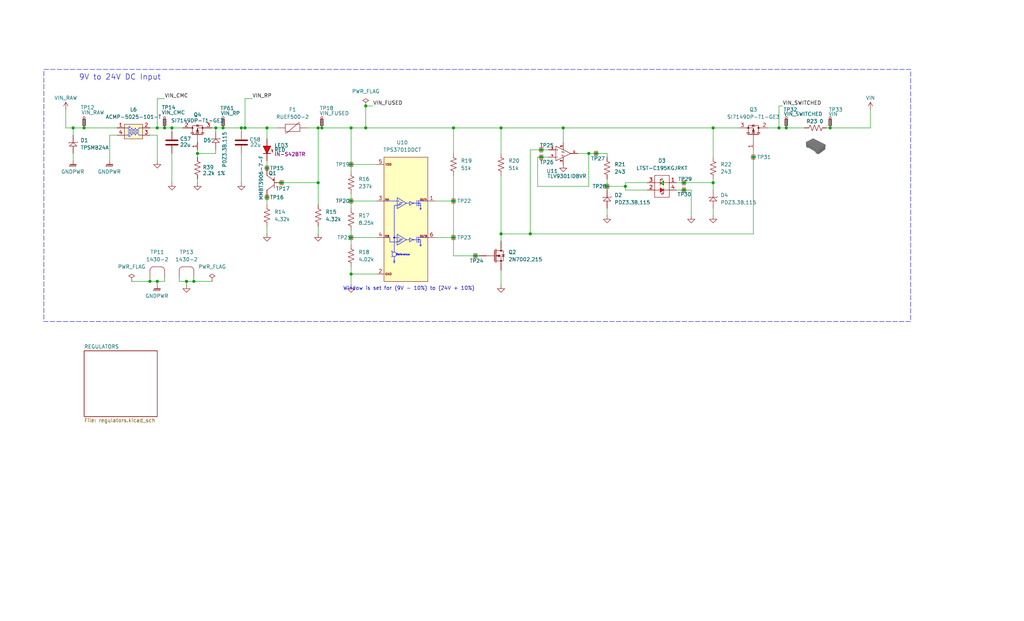
<source format=kicad_sch>
(kicad_sch
	(version 20250114)
	(generator "eeschema")
	(generator_version "9.0")
	(uuid "69d56295-c53d-4caa-bf0c-dee94c8ef5b0")
	(paper "USLegal")
	
	(rectangle
		(start 15.24 24.13)
		(end 316.23 111.76)
		(stroke
			(width 0)
			(type dash)
		)
		(fill
			(type none)
		)
		(uuid 78753373-cae0-43aa-938d-31e49b6d4d65)
	)
	(text "9V to 24V DC Input"
		(exclude_from_sim no)
		(at 41.656 26.924 0)
		(effects
			(font
				(size 1.905 1.905)
			)
		)
		(uuid "1baf4ffe-c326-48f4-8fac-6948814455d2")
	)
	(text "Window is set for (9V - 10%) to (24V + 10%)"
		(exclude_from_sim no)
		(at 141.986 100.33 0)
		(effects
			(font
				(size 1.27 1.27)
			)
		)
		(uuid "98d1e4b6-f14e-4fb2-84cd-5db52062af6d")
	)
	(junction
		(at 121.92 57.15)
		(diameter 0)
		(color 0 0 0 0)
		(uuid "05b9ccce-ba18-4bb9-8381-c75eaa3071c7")
	)
	(junction
		(at 237.49 66.04)
		(diameter 0)
		(color 0 0 0 0)
		(uuid "0f12bc37-10e7-485d-bb50-af25064fcf77")
	)
	(junction
		(at 59.69 44.45)
		(diameter 0)
		(color 0 0 0 0)
		(uuid "11dfb06e-7260-4bcb-ac0f-5d1cbf0011e7")
	)
	(junction
		(at 57.15 44.45)
		(diameter 0)
		(color 0 0 0 0)
		(uuid "1845208b-8796-47b3-b298-bf1579deeed9")
	)
	(junction
		(at 121.92 44.45)
		(diameter 0)
		(color 0 0 0 0)
		(uuid "1a081383-82f4-49d0-beae-c4d31b2306d5")
	)
	(junction
		(at 110.49 63.5)
		(diameter 0)
		(color 0 0 0 0)
		(uuid "1a3fff24-95a5-489d-9e02-50c4ac2bd020")
	)
	(junction
		(at 157.48 44.45)
		(diameter 0)
		(color 0 0 0 0)
		(uuid "1cdf35fb-ce7c-4105-948a-2355d264dc21")
	)
	(junction
		(at 217.17 64.77)
		(diameter 0)
		(color 0 0 0 0)
		(uuid "1e6552ad-1bee-4b0c-bbd8-ad5cf0f38a77")
	)
	(junction
		(at 173.99 81.28)
		(diameter 0)
		(color 0 0 0 0)
		(uuid "1f5b44e1-11c2-4cb2-b10a-e06f4beec76c")
	)
	(junction
		(at 25.4 44.45)
		(diameter 0)
		(color 0 0 0 0)
		(uuid "27a13870-d760-4549-84b3-c63f8e20f72c")
	)
	(junction
		(at 165.1 88.9)
		(diameter 0)
		(color 0 0 0 0)
		(uuid "3210346c-ff22-41d5-a9ce-7065d821a763")
	)
	(junction
		(at 207.01 53.34)
		(diameter 0)
		(color 0 0 0 0)
		(uuid "47f07862-11b7-4a44-b06c-9b4a6003d22e")
	)
	(junction
		(at 111.76 44.45)
		(diameter 0)
		(color 0 0 0 0)
		(uuid "5ca1b8fb-5d67-43cf-ab28-a87e8601e531")
	)
	(junction
		(at 85.09 44.45)
		(diameter 0)
		(color 0 0 0 0)
		(uuid "631b5170-5cc9-47b0-aab7-c2cc8b5f4132")
	)
	(junction
		(at 157.48 82.55)
		(diameter 0)
		(color 0 0 0 0)
		(uuid "68ce7d07-6471-4d6f-b7e5-0c0f6904bfe0")
	)
	(junction
		(at 83.82 44.45)
		(diameter 0)
		(color 0 0 0 0)
		(uuid "6b99ce5c-752a-4a85-9256-42b30261faca")
	)
	(junction
		(at 67.31 97.79)
		(diameter 0)
		(color 0 0 0 0)
		(uuid "6c82a1db-af07-4d3c-aea2-1e49a3154ea9")
	)
	(junction
		(at 237.49 63.5)
		(diameter 0)
		(color 0 0 0 0)
		(uuid "6d842923-4c1d-437a-91ed-0d1860deef42")
	)
	(junction
		(at 121.92 95.25)
		(diameter 0)
		(color 0 0 0 0)
		(uuid "79169261-ae16-4071-a7c5-efb34918d0dd")
	)
	(junction
		(at 77.47 44.45)
		(diameter 0)
		(color 0 0 0 0)
		(uuid "79c23d11-b194-49ec-a86d-35dcb90f83c8")
	)
	(junction
		(at 247.65 44.45)
		(diameter 0)
		(color 0 0 0 0)
		(uuid "7a378be9-1426-447d-8f9a-a209b9a97a07")
	)
	(junction
		(at 270.51 44.45)
		(diameter 0)
		(color 0 0 0 0)
		(uuid "7bb278cf-eb8b-4da7-8b3e-62bb1be740eb")
	)
	(junction
		(at 195.58 44.45)
		(diameter 0)
		(color 0 0 0 0)
		(uuid "7e322392-0c0b-45d7-b72b-affa2636382d")
	)
	(junction
		(at 210.82 64.77)
		(diameter 0)
		(color 0 0 0 0)
		(uuid "7f44c3b8-ac70-4f00-bec1-bc22e1b3144a")
	)
	(junction
		(at 92.71 68.58)
		(diameter 0)
		(color 0 0 0 0)
		(uuid "8072ab90-586a-43fd-86a6-1193096f101c")
	)
	(junction
		(at 121.92 69.85)
		(diameter 0)
		(color 0 0 0 0)
		(uuid "83ee8d10-584e-4d4c-b866-55d180a7db27")
	)
	(junction
		(at 97.79 63.5)
		(diameter 0)
		(color 0 0 0 0)
		(uuid "89e0256c-2d23-4367-9e48-90041c7cd75e")
	)
	(junction
		(at 92.71 44.45)
		(diameter 0)
		(color 0 0 0 0)
		(uuid "8c39ac8c-3875-4cc0-89c0-46335f254a32")
	)
	(junction
		(at 127 44.45)
		(diameter 0)
		(color 0 0 0 0)
		(uuid "91f77b59-9b8c-4922-a664-72d317a80586")
	)
	(junction
		(at 127 36.83)
		(diameter 0)
		(color 0 0 0 0)
		(uuid "9eb66f7e-49da-47d4-aa4c-574b151a2c30")
	)
	(junction
		(at 121.92 82.55)
		(diameter 0)
		(color 0 0 0 0)
		(uuid "a216f2e9-3384-4815-89ec-7289d50246f5")
	)
	(junction
		(at 29.21 44.45)
		(diameter 0)
		(color 0 0 0 0)
		(uuid "a6b4d2b1-cc06-47db-bc29-e173580d7340")
	)
	(junction
		(at 173.99 44.45)
		(diameter 0)
		(color 0 0 0 0)
		(uuid "abcc9fd1-6506-4493-8794-b407456c3f20")
	)
	(junction
		(at 92.71 58.42)
		(diameter 0)
		(color 0 0 0 0)
		(uuid "b12339ca-c4ec-4bd0-bcd5-c13d3d3636eb")
	)
	(junction
		(at 288.29 44.45)
		(diameter 0)
		(color 0 0 0 0)
		(uuid "b1a6c051-ed64-4b3a-a09c-f4846f61cc7e")
	)
	(junction
		(at 54.61 97.79)
		(diameter 0)
		(color 0 0 0 0)
		(uuid "b279fc63-5fc4-45ca-9c68-1779eaf2ccb4")
	)
	(junction
		(at 68.58 53.34)
		(diameter 0)
		(color 0 0 0 0)
		(uuid "b5c4c253-a137-49e6-bf39-f54f7dd2d55f")
	)
	(junction
		(at 184.15 81.28)
		(diameter 0)
		(color 0 0 0 0)
		(uuid "b5e0e76e-18c1-4870-b1e5-9ea1b56469f9")
	)
	(junction
		(at 157.48 69.85)
		(diameter 0)
		(color 0 0 0 0)
		(uuid "bc47b513-673f-4c6c-b13f-315b4d237c43")
	)
	(junction
		(at 54.61 44.45)
		(diameter 0)
		(color 0 0 0 0)
		(uuid "bf2adbe6-e229-4452-9e15-569b9d10abac")
	)
	(junction
		(at 74.93 44.45)
		(diameter 0)
		(color 0 0 0 0)
		(uuid "d7100d60-8280-4f56-b7cc-48f081ce7673")
	)
	(junction
		(at 247.65 63.5)
		(diameter 0)
		(color 0 0 0 0)
		(uuid "d76b5ee4-bb42-42c9-af3b-253f5d93ddbe")
	)
	(junction
		(at 204.47 53.34)
		(diameter 0)
		(color 0 0 0 0)
		(uuid "da4bc5a2-12b3-4e01-bfc0-e981ca44ec44")
	)
	(junction
		(at 187.96 52.07)
		(diameter 0)
		(color 0 0 0 0)
		(uuid "da5a8c3c-2ed5-40d7-b2fe-ac55b773a712")
	)
	(junction
		(at 261.62 54.61)
		(diameter 0)
		(color 0 0 0 0)
		(uuid "e26e932b-fa24-4d29-90c7-14f5b84ceb45")
	)
	(junction
		(at 52.07 97.79)
		(diameter 0)
		(color 0 0 0 0)
		(uuid "e33563eb-3f1d-4491-9e65-1e86fc41676b")
	)
	(junction
		(at 187.96 54.61)
		(diameter 0)
		(color 0 0 0 0)
		(uuid "e62ba7c6-8f46-4845-978a-852caedfb3cd")
	)
	(junction
		(at 110.49 44.45)
		(diameter 0)
		(color 0 0 0 0)
		(uuid "ebe0068e-4e9a-47fc-a675-9e13c9efdcc4")
	)
	(junction
		(at 64.77 97.79)
		(diameter 0)
		(color 0 0 0 0)
		(uuid "eef63ef8-a95d-4148-889f-5ebe65cc0dea")
	)
	(junction
		(at 273.05 44.45)
		(diameter 0)
		(color 0 0 0 0)
		(uuid "f90d83e6-0b09-42be-b37e-cf4f5918107f")
	)
	(wire
		(pts
			(xy 302.26 38.1) (xy 302.26 44.45)
		)
		(stroke
			(width 0)
			(type default)
		)
		(uuid "002c959e-8396-49b3-8431-178cf659e029")
	)
	(wire
		(pts
			(xy 173.99 81.28) (xy 173.99 83.82)
		)
		(stroke
			(width 0)
			(type default)
		)
		(uuid "014446c7-5909-4d68-a5b6-7db0feb2f96d")
	)
	(wire
		(pts
			(xy 217.17 63.5) (xy 224.79 63.5)
		)
		(stroke
			(width 0)
			(type default)
		)
		(uuid "03b8d357-9d60-4618-a778-e91c26dd7d2a")
	)
	(wire
		(pts
			(xy 121.92 80.01) (xy 121.92 82.55)
		)
		(stroke
			(width 0)
			(type default)
		)
		(uuid "054e9d48-03e3-4c33-abe9-77820f37f063")
	)
	(wire
		(pts
			(xy 210.82 62.23) (xy 210.82 64.77)
		)
		(stroke
			(width 0)
			(type default)
		)
		(uuid "0673ef60-8441-4bc8-91bb-91aff0d47da3")
	)
	(wire
		(pts
			(xy 157.48 44.45) (xy 173.99 44.45)
		)
		(stroke
			(width 0)
			(type default)
		)
		(uuid "0baa4198-a409-4c09-9bab-855014d94c48")
	)
	(wire
		(pts
			(xy 54.61 97.79) (xy 54.61 99.06)
		)
		(stroke
			(width 0)
			(type default)
		)
		(uuid "0bb9416c-490d-42dc-a791-9d80b8d8a7d1")
	)
	(wire
		(pts
			(xy 74.93 44.45) (xy 77.47 44.45)
		)
		(stroke
			(width 0)
			(type default)
		)
		(uuid "0c280042-ab92-45d9-ab30-21b4e1c65fb0")
	)
	(wire
		(pts
			(xy 157.48 69.85) (xy 157.48 82.55)
		)
		(stroke
			(width 0)
			(type default)
		)
		(uuid "0d394333-0966-48ed-9660-8ca07e8f8000")
	)
	(wire
		(pts
			(xy 38.1 46.99) (xy 40.64 46.99)
		)
		(stroke
			(width 0)
			(type default)
		)
		(uuid "0db31b56-f592-4a40-8502-375ef0673ca8")
	)
	(wire
		(pts
			(xy 121.92 57.15) (xy 121.92 59.69)
		)
		(stroke
			(width 0)
			(type default)
		)
		(uuid "16ed1334-532f-4742-8ff4-7d77e89dbc47")
	)
	(wire
		(pts
			(xy 83.82 44.45) (xy 85.09 44.45)
		)
		(stroke
			(width 0)
			(type default)
		)
		(uuid "1a7bbefd-790f-4c11-9049-4a480fc76eac")
	)
	(wire
		(pts
			(xy 210.82 64.77) (xy 210.82 66.04)
		)
		(stroke
			(width 0)
			(type default)
		)
		(uuid "1ca675c2-a632-4e8d-bcf1-26ca270541df")
	)
	(wire
		(pts
			(xy 210.82 72.39) (xy 210.82 74.93)
		)
		(stroke
			(width 0)
			(type default)
		)
		(uuid "1f44c5d4-c02e-41b0-af72-12e39c3c6447")
	)
	(wire
		(pts
			(xy 64.77 97.79) (xy 67.31 97.79)
		)
		(stroke
			(width 0)
			(type default)
		)
		(uuid "228f18c2-3aa6-4250-8413-12ca437da99e")
	)
	(wire
		(pts
			(xy 210.82 64.77) (xy 217.17 64.77)
		)
		(stroke
			(width 0)
			(type default)
		)
		(uuid "22a73697-2c6f-4e1f-9e6e-a039fa5d8696")
	)
	(wire
		(pts
			(xy 173.99 44.45) (xy 173.99 53.34)
		)
		(stroke
			(width 0)
			(type default)
		)
		(uuid "256783de-d1c8-424e-8989-49645dc0d9e0")
	)
	(wire
		(pts
			(xy 68.58 62.23) (xy 68.58 63.5)
		)
		(stroke
			(width 0)
			(type default)
		)
		(uuid "273f46a2-9e56-4674-82c9-7566f04c76c2")
	)
	(wire
		(pts
			(xy 111.76 44.45) (xy 121.92 44.45)
		)
		(stroke
			(width 0)
			(type default)
		)
		(uuid "2a3764ab-4ff4-49cc-9ad5-341490740b15")
	)
	(wire
		(pts
			(xy 190.5 54.61) (xy 187.96 54.61)
		)
		(stroke
			(width 0)
			(type default)
		)
		(uuid "2c2ce318-64e8-407d-a940-5cd854d45c35")
	)
	(wire
		(pts
			(xy 85.09 44.45) (xy 92.71 44.45)
		)
		(stroke
			(width 0)
			(type default)
		)
		(uuid "2d22e274-29ae-456a-949e-dc871d1b3b42")
	)
	(wire
		(pts
			(xy 54.61 97.79) (xy 57.15 97.79)
		)
		(stroke
			(width 0)
			(type default)
		)
		(uuid "2e32b9e3-5637-4f80-ba6e-1d1915183741")
	)
	(wire
		(pts
			(xy 288.29 44.45) (xy 302.26 44.45)
		)
		(stroke
			(width 0)
			(type default)
		)
		(uuid "2ef0968f-2bb4-41da-84d1-1fc6fa00e147")
	)
	(wire
		(pts
			(xy 186.69 64.77) (xy 204.47 64.77)
		)
		(stroke
			(width 0)
			(type default)
		)
		(uuid "34bc2421-b6e3-4f0c-ab56-582cc1a9cf50")
	)
	(wire
		(pts
			(xy 110.49 44.45) (xy 110.49 63.5)
		)
		(stroke
			(width 0)
			(type default)
		)
		(uuid "35828a80-3bac-4ecc-ac32-fad77b1f75e7")
	)
	(wire
		(pts
			(xy 68.58 52.07) (xy 68.58 53.34)
		)
		(stroke
			(width 0)
			(type default)
		)
		(uuid "37902806-73b9-44dd-a6f4-b50941c13ea7")
	)
	(wire
		(pts
			(xy 151.13 82.55) (xy 157.48 82.55)
		)
		(stroke
			(width 0)
			(type default)
		)
		(uuid "3834e05f-55cd-486e-8806-c9dfb3289f0f")
	)
	(wire
		(pts
			(xy 187.96 54.61) (xy 186.69 54.61)
		)
		(stroke
			(width 0)
			(type default)
		)
		(uuid "38e5d247-6a20-4f58-b7f7-b6927b6b6524")
	)
	(wire
		(pts
			(xy 29.21 44.45) (xy 40.64 44.45)
		)
		(stroke
			(width 0)
			(type default)
		)
		(uuid "3fbd99aa-dbfe-4410-af62-a1c265c747fa")
	)
	(wire
		(pts
			(xy 266.7 44.45) (xy 270.51 44.45)
		)
		(stroke
			(width 0)
			(type default)
		)
		(uuid "412dece0-55e9-418d-8744-43e011a7fc21")
	)
	(wire
		(pts
			(xy 234.95 66.04) (xy 237.49 66.04)
		)
		(stroke
			(width 0)
			(type default)
		)
		(uuid "430722db-a661-49d3-b071-533dee84c76c")
	)
	(wire
		(pts
			(xy 52.07 97.79) (xy 54.61 97.79)
		)
		(stroke
			(width 0)
			(type default)
		)
		(uuid "4548ce76-8882-4b6b-9df5-f8abda35f4a0")
	)
	(wire
		(pts
			(xy 270.51 44.45) (xy 273.05 44.45)
		)
		(stroke
			(width 0)
			(type default)
		)
		(uuid "48f431d8-393a-4886-9130-f11af8abd47b")
	)
	(wire
		(pts
			(xy 83.82 44.45) (xy 83.82 45.72)
		)
		(stroke
			(width 0)
			(type default)
		)
		(uuid "48f57118-e2d0-4afe-80c7-6afe81a3cf32")
	)
	(wire
		(pts
			(xy 157.48 88.9) (xy 157.48 82.55)
		)
		(stroke
			(width 0)
			(type default)
		)
		(uuid "49901cd8-9bd9-4ce2-abf9-56fa512cd972")
	)
	(wire
		(pts
			(xy 92.71 78.74) (xy 92.71 81.28)
		)
		(stroke
			(width 0)
			(type default)
		)
		(uuid "4a6ed8db-d2e1-4079-8177-558cc2d1f68d")
	)
	(wire
		(pts
			(xy 240.03 66.04) (xy 240.03 74.93)
		)
		(stroke
			(width 0)
			(type default)
		)
		(uuid "4f8caefe-8e39-40e6-a829-21ba985161d2")
	)
	(wire
		(pts
			(xy 54.61 34.29) (xy 54.61 44.45)
		)
		(stroke
			(width 0)
			(type default)
		)
		(uuid "51d05431-6983-4448-b62b-b0eea959e22b")
	)
	(wire
		(pts
			(xy 85.09 34.29) (xy 87.63 34.29)
		)
		(stroke
			(width 0)
			(type default)
		)
		(uuid "5a977c7f-3a21-4475-a2a1-4d21ad6d5481")
	)
	(wire
		(pts
			(xy 173.99 60.96) (xy 173.99 81.28)
		)
		(stroke
			(width 0)
			(type default)
		)
		(uuid "5aca8304-a27f-4b84-a935-5c4c7ebd90d7")
	)
	(wire
		(pts
			(xy 247.65 54.61) (xy 247.65 44.45)
		)
		(stroke
			(width 0)
			(type default)
		)
		(uuid "5acfef03-db48-42ff-826b-b866ebdf7988")
	)
	(wire
		(pts
			(xy 25.4 44.45) (xy 22.86 44.45)
		)
		(stroke
			(width 0)
			(type default)
		)
		(uuid "5bf54d62-2137-47b0-b1e5-6a6e87597bbd")
	)
	(wire
		(pts
			(xy 165.1 88.9) (xy 166.37 88.9)
		)
		(stroke
			(width 0)
			(type default)
		)
		(uuid "602ab1e4-a952-474c-8763-63c304ac5a0b")
	)
	(wire
		(pts
			(xy 97.79 63.5) (xy 110.49 63.5)
		)
		(stroke
			(width 0)
			(type default)
		)
		(uuid "60481ca8-7d42-41dc-8192-010dae229fc2")
	)
	(wire
		(pts
			(xy 130.81 57.15) (xy 121.92 57.15)
		)
		(stroke
			(width 0)
			(type default)
		)
		(uuid "655a6a41-1822-4474-b721-9e8e95802e03")
	)
	(wire
		(pts
			(xy 73.66 44.45) (xy 74.93 44.45)
		)
		(stroke
			(width 0)
			(type default)
		)
		(uuid "65c5eb30-0067-4284-9fcb-c210eaf2cca5")
	)
	(wire
		(pts
			(xy 204.47 64.77) (xy 204.47 53.34)
		)
		(stroke
			(width 0)
			(type default)
		)
		(uuid "672e1f3e-afc4-4bcf-9a4b-52ff50489f6c")
	)
	(wire
		(pts
			(xy 68.58 53.34) (xy 68.58 54.61)
		)
		(stroke
			(width 0)
			(type default)
		)
		(uuid "685a877e-5a9a-47cf-a63a-313e7afdab57")
	)
	(wire
		(pts
			(xy 57.15 44.45) (xy 59.69 44.45)
		)
		(stroke
			(width 0)
			(type default)
		)
		(uuid "69b6747e-bd41-4bae-b5c0-e5826249069b")
	)
	(wire
		(pts
			(xy 157.48 44.45) (xy 157.48 53.34)
		)
		(stroke
			(width 0)
			(type default)
		)
		(uuid "6a885011-98fd-408f-9a31-a6ea0ed841e2")
	)
	(wire
		(pts
			(xy 38.1 55.88) (xy 38.1 46.99)
		)
		(stroke
			(width 0)
			(type default)
		)
		(uuid "6c5f48ff-fa1d-4668-8ed6-9c74f4319463")
	)
	(wire
		(pts
			(xy 59.69 53.34) (xy 59.69 63.5)
		)
		(stroke
			(width 0)
			(type default)
		)
		(uuid "6cfffd19-017d-4577-9f27-3eb15ae74a29")
	)
	(wire
		(pts
			(xy 224.79 66.04) (xy 217.17 66.04)
		)
		(stroke
			(width 0)
			(type default)
		)
		(uuid "6de5b72a-e7c1-46a8-948a-d93a66de6dea")
	)
	(wire
		(pts
			(xy 92.71 68.58) (xy 92.71 71.12)
		)
		(stroke
			(width 0)
			(type default)
		)
		(uuid "6f75a433-a9dc-4d93-8594-8bad33767f8a")
	)
	(wire
		(pts
			(xy 110.49 78.74) (xy 110.49 81.28)
		)
		(stroke
			(width 0)
			(type default)
		)
		(uuid "734a8400-4517-4fb6-b6c8-a355a417572b")
	)
	(wire
		(pts
			(xy 121.92 67.31) (xy 121.92 69.85)
		)
		(stroke
			(width 0)
			(type default)
		)
		(uuid "76c6fd36-63c5-46e0-b3ff-c0468fb722be")
	)
	(wire
		(pts
			(xy 59.69 44.45) (xy 63.5 44.45)
		)
		(stroke
			(width 0)
			(type default)
		)
		(uuid "76cab267-f7d6-4327-914f-530342827f50")
	)
	(wire
		(pts
			(xy 186.69 54.61) (xy 186.69 64.77)
		)
		(stroke
			(width 0)
			(type default)
		)
		(uuid "7a3386fe-b3fe-4983-bce0-db6887582bc3")
	)
	(wire
		(pts
			(xy 83.82 53.34) (xy 83.82 63.5)
		)
		(stroke
			(width 0)
			(type default)
		)
		(uuid "7e845274-2136-499a-95ac-25898cff9e96")
	)
	(wire
		(pts
			(xy 247.65 44.45) (xy 256.54 44.45)
		)
		(stroke
			(width 0)
			(type default)
		)
		(uuid "7e8c564b-0aed-46be-89ff-0ce854ce22a2")
	)
	(wire
		(pts
			(xy 217.17 63.5) (xy 217.17 64.77)
		)
		(stroke
			(width 0)
			(type default)
		)
		(uuid "7ec7e81e-cb79-45fc-9256-6e0ced19921b")
	)
	(wire
		(pts
			(xy 247.65 63.5) (xy 247.65 66.04)
		)
		(stroke
			(width 0)
			(type default)
		)
		(uuid "80971b2d-f9fe-49dc-9f38-79973aa8255b")
	)
	(wire
		(pts
			(xy 67.31 96.52) (xy 67.31 97.79)
		)
		(stroke
			(width 0)
			(type default)
		)
		(uuid "80ee0ebd-0c61-41fa-8b6b-b6443550ad95")
	)
	(wire
		(pts
			(xy 151.13 69.85) (xy 157.48 69.85)
		)
		(stroke
			(width 0)
			(type default)
		)
		(uuid "818bc214-20ac-484d-b967-a600953a1472")
	)
	(wire
		(pts
			(xy 54.61 46.99) (xy 52.07 46.99)
		)
		(stroke
			(width 0)
			(type default)
		)
		(uuid "84eb5906-854f-4196-a874-a30dfccc18fe")
	)
	(wire
		(pts
			(xy 59.69 44.45) (xy 59.69 45.72)
		)
		(stroke
			(width 0)
			(type default)
		)
		(uuid "87689088-6b90-4bd9-ae1f-fe18a5fc9bd3")
	)
	(wire
		(pts
			(xy 195.58 44.45) (xy 195.58 49.53)
		)
		(stroke
			(width 0)
			(type default)
		)
		(uuid "887fa66e-b6e7-4aea-af32-2293e3c54f27")
	)
	(wire
		(pts
			(xy 237.49 66.04) (xy 240.03 66.04)
		)
		(stroke
			(width 0)
			(type default)
		)
		(uuid "88d83696-1d3a-47dc-898e-c2611795dfcd")
	)
	(wire
		(pts
			(xy 157.48 88.9) (xy 165.1 88.9)
		)
		(stroke
			(width 0)
			(type default)
		)
		(uuid "88f8870b-8f43-4b0a-84b6-c09f43b66578")
	)
	(wire
		(pts
			(xy 121.92 95.25) (xy 130.81 95.25)
		)
		(stroke
			(width 0)
			(type default)
		)
		(uuid "88fdb5e4-2409-4406-886a-d6bec4c4483e")
	)
	(wire
		(pts
			(xy 121.92 92.71) (xy 121.92 95.25)
		)
		(stroke
			(width 0)
			(type default)
		)
		(uuid "8961bfa8-633e-4c81-a670-a6fcd7d7e236")
	)
	(wire
		(pts
			(xy 45.72 97.79) (xy 52.07 97.79)
		)
		(stroke
			(width 0)
			(type default)
		)
		(uuid "8a25e20a-c21d-4d9b-bd35-c0aac9c99672")
	)
	(wire
		(pts
			(xy 77.47 44.45) (xy 83.82 44.45)
		)
		(stroke
			(width 0)
			(type default)
		)
		(uuid "8a40b2fd-3a23-46c8-8ac4-7d6aef787067")
	)
	(wire
		(pts
			(xy 92.71 44.45) (xy 92.71 48.26)
		)
		(stroke
			(width 0)
			(type default)
		)
		(uuid "8dd7953e-4916-467d-bfc4-b9e45d940812")
	)
	(wire
		(pts
			(xy 247.65 62.23) (xy 247.65 63.5)
		)
		(stroke
			(width 0)
			(type default)
		)
		(uuid "8e1348cc-c17d-48b8-ab85-b3ff31caae85")
	)
	(wire
		(pts
			(xy 261.62 52.07) (xy 261.62 54.61)
		)
		(stroke
			(width 0)
			(type default)
		)
		(uuid "952c3e1d-f2f4-46a7-a9b6-851771a5d8ab")
	)
	(wire
		(pts
			(xy 121.92 69.85) (xy 130.81 69.85)
		)
		(stroke
			(width 0)
			(type default)
		)
		(uuid "9b4b72cd-f4b8-4f17-9431-9ed72d3b2338")
	)
	(wire
		(pts
			(xy 200.66 53.34) (xy 204.47 53.34)
		)
		(stroke
			(width 0)
			(type default)
		)
		(uuid "9ba80e13-a1a1-4cfc-8333-18939e593241")
	)
	(wire
		(pts
			(xy 173.99 81.28) (xy 184.15 81.28)
		)
		(stroke
			(width 0)
			(type default)
		)
		(uuid "9da4acdf-c047-46c7-aaa1-26a18c0f934d")
	)
	(wire
		(pts
			(xy 74.93 44.45) (xy 74.93 45.72)
		)
		(stroke
			(width 0)
			(type default)
		)
		(uuid "9de4ef15-5a35-4ca0-9bdd-e9452e0a1cd9")
	)
	(wire
		(pts
			(xy 207.01 53.34) (xy 210.82 53.34)
		)
		(stroke
			(width 0)
			(type default)
		)
		(uuid "9e492d3f-eca0-4baf-810a-a74cee239d4a")
	)
	(wire
		(pts
			(xy 52.07 44.45) (xy 54.61 44.45)
		)
		(stroke
			(width 0)
			(type default)
		)
		(uuid "a180a8f8-8bd3-4534-ba12-4f338e3c67c6")
	)
	(wire
		(pts
			(xy 22.86 38.1) (xy 22.86 44.45)
		)
		(stroke
			(width 0)
			(type default)
		)
		(uuid "a382b898-bbed-494c-b948-1a2ac9045c15")
	)
	(wire
		(pts
			(xy 234.95 63.5) (xy 237.49 63.5)
		)
		(stroke
			(width 0)
			(type default)
		)
		(uuid "a624c945-fc41-4a91-a271-84d7917cded7")
	)
	(wire
		(pts
			(xy 85.09 34.29) (xy 85.09 44.45)
		)
		(stroke
			(width 0)
			(type default)
		)
		(uuid "a6509be8-4031-4fea-a314-b80e0d0ce9cf")
	)
	(wire
		(pts
			(xy 92.71 44.45) (xy 96.52 44.45)
		)
		(stroke
			(width 0)
			(type default)
		)
		(uuid "a718ec27-3a59-40a9-b234-965cbb39df3b")
	)
	(wire
		(pts
			(xy 184.15 52.07) (xy 184.15 81.28)
		)
		(stroke
			(width 0)
			(type default)
		)
		(uuid "aab663fa-9b9e-4458-b7af-04f2928fabcb")
	)
	(wire
		(pts
			(xy 57.15 96.52) (xy 57.15 97.79)
		)
		(stroke
			(width 0)
			(type default)
		)
		(uuid "ac6ac3a6-85bb-4454-b368-29739bf5bebc")
	)
	(wire
		(pts
			(xy 127 44.45) (xy 157.48 44.45)
		)
		(stroke
			(width 0)
			(type default)
		)
		(uuid "ace39af4-feb0-4f53-bf45-7c1f12224c3a")
	)
	(wire
		(pts
			(xy 121.92 82.55) (xy 121.92 85.09)
		)
		(stroke
			(width 0)
			(type default)
		)
		(uuid "ace3db17-b088-4a76-9078-b6d11012da4b")
	)
	(wire
		(pts
			(xy 54.61 55.88) (xy 54.61 46.99)
		)
		(stroke
			(width 0)
			(type default)
		)
		(uuid "ad4093d7-428f-4e1c-b4ad-3608c105f0d1")
	)
	(wire
		(pts
			(xy 62.23 97.79) (xy 64.77 97.79)
		)
		(stroke
			(width 0)
			(type default)
		)
		(uuid "afb901d2-b003-434f-a865-8a616f44fd2c")
	)
	(wire
		(pts
			(xy 204.47 53.34) (xy 207.01 53.34)
		)
		(stroke
			(width 0)
			(type default)
		)
		(uuid "b52c9195-7f29-4319-bece-bd73307bef87")
	)
	(wire
		(pts
			(xy 121.92 95.25) (xy 121.92 99.06)
		)
		(stroke
			(width 0)
			(type default)
		)
		(uuid "b5c1a46d-4714-41ab-9e99-1e43322b96f1")
	)
	(wire
		(pts
			(xy 64.77 97.79) (xy 64.77 99.06)
		)
		(stroke
			(width 0)
			(type default)
		)
		(uuid "b895e0cd-98c0-473d-b3df-75fe17e65054")
	)
	(wire
		(pts
			(xy 92.71 55.88) (xy 92.71 58.42)
		)
		(stroke
			(width 0)
			(type default)
		)
		(uuid "ba41b6cf-8ef5-4686-a1bd-4d691a5be601")
	)
	(wire
		(pts
			(xy 25.4 53.34) (xy 25.4 55.88)
		)
		(stroke
			(width 0)
			(type default)
		)
		(uuid "bd98839f-93c1-46c3-94b0-28ae2668bf17")
	)
	(wire
		(pts
			(xy 106.68 44.45) (xy 110.49 44.45)
		)
		(stroke
			(width 0)
			(type default)
		)
		(uuid "c2930620-71f6-4fd3-82c8-776463db8757")
	)
	(wire
		(pts
			(xy 237.49 63.5) (xy 247.65 63.5)
		)
		(stroke
			(width 0)
			(type default)
		)
		(uuid "c6a48b88-e973-45d9-ab08-d0d6715e60c1")
	)
	(wire
		(pts
			(xy 121.92 82.55) (xy 130.81 82.55)
		)
		(stroke
			(width 0)
			(type default)
		)
		(uuid "c6c08b9b-ed06-4ba1-8422-04d89769a562")
	)
	(wire
		(pts
			(xy 173.99 93.98) (xy 173.99 99.06)
		)
		(stroke
			(width 0)
			(type default)
		)
		(uuid "c7c7dbb1-baca-412d-864b-c2665dfebf89")
	)
	(wire
		(pts
			(xy 157.48 60.96) (xy 157.48 69.85)
		)
		(stroke
			(width 0)
			(type default)
		)
		(uuid "c814cc8a-28cd-45df-bca0-f46bb0642ce0")
	)
	(wire
		(pts
			(xy 261.62 54.61) (xy 261.62 81.28)
		)
		(stroke
			(width 0)
			(type default)
		)
		(uuid "c8e4651d-e979-44fb-8013-cd669bb48d49")
	)
	(wire
		(pts
			(xy 110.49 44.45) (xy 111.76 44.45)
		)
		(stroke
			(width 0)
			(type default)
		)
		(uuid "ca14d50a-b274-4aba-8ff1-8301e0d10714")
	)
	(wire
		(pts
			(xy 121.92 44.45) (xy 121.92 57.15)
		)
		(stroke
			(width 0)
			(type default)
		)
		(uuid "cf3adb38-3b9d-40b4-852e-71a4f80571d3")
	)
	(wire
		(pts
			(xy 62.23 96.52) (xy 62.23 97.79)
		)
		(stroke
			(width 0)
			(type default)
		)
		(uuid "cf7514e1-b63b-423b-b5ab-c2adaee2d6c3")
	)
	(wire
		(pts
			(xy 173.99 44.45) (xy 195.58 44.45)
		)
		(stroke
			(width 0)
			(type default)
		)
		(uuid "d0a8cbe3-b938-45aa-b495-857579e59b03")
	)
	(wire
		(pts
			(xy 195.58 44.45) (xy 247.65 44.45)
		)
		(stroke
			(width 0)
			(type default)
		)
		(uuid "d1330986-4973-4866-b6ec-a13868bc973f")
	)
	(wire
		(pts
			(xy 270.51 36.83) (xy 270.51 44.45)
		)
		(stroke
			(width 0)
			(type default)
		)
		(uuid "d75ac124-439a-4708-825b-7838d820e65c")
	)
	(wire
		(pts
			(xy 271.78 36.83) (xy 270.51 36.83)
		)
		(stroke
			(width 0)
			(type default)
		)
		(uuid "dc15c8c4-3df4-43f2-8556-515a456f222e")
	)
	(wire
		(pts
			(xy 217.17 64.77) (xy 217.17 66.04)
		)
		(stroke
			(width 0)
			(type default)
		)
		(uuid "dc7d2e17-bfcd-489a-a06b-166c2fe08329")
	)
	(wire
		(pts
			(xy 121.92 44.45) (xy 127 44.45)
		)
		(stroke
			(width 0)
			(type default)
		)
		(uuid "de7c8ece-fb6e-4e76-8753-322ed38e66b7")
	)
	(wire
		(pts
			(xy 25.4 44.45) (xy 25.4 46.99)
		)
		(stroke
			(width 0)
			(type default)
		)
		(uuid "df44993b-e5aa-4b45-a152-812bdb41c7bb")
	)
	(wire
		(pts
			(xy 110.49 63.5) (xy 110.49 71.12)
		)
		(stroke
			(width 0)
			(type default)
		)
		(uuid "e0580526-2b03-4e06-a3b6-cc2a383b9309")
	)
	(wire
		(pts
			(xy 184.15 81.28) (xy 261.62 81.28)
		)
		(stroke
			(width 0)
			(type default)
		)
		(uuid "e0689b5c-7b98-4e4f-b6db-fcfee49241ce")
	)
	(wire
		(pts
			(xy 273.05 44.45) (xy 279.4 44.45)
		)
		(stroke
			(width 0)
			(type default)
		)
		(uuid "e46dd41a-9dea-439c-a20c-1b78a0795bcc")
	)
	(wire
		(pts
			(xy 129.54 36.83) (xy 127 36.83)
		)
		(stroke
			(width 0)
			(type default)
		)
		(uuid "e5188edc-1ce4-4f58-88f1-ee0f9b0b8401")
	)
	(wire
		(pts
			(xy 57.15 34.29) (xy 54.61 34.29)
		)
		(stroke
			(width 0)
			(type default)
		)
		(uuid "e96ed335-819a-4dd1-90bd-da903b2c6155")
	)
	(wire
		(pts
			(xy 210.82 54.61) (xy 210.82 53.34)
		)
		(stroke
			(width 0)
			(type default)
		)
		(uuid "ebe03774-026c-4177-8bc0-3d4721a463ce")
	)
	(wire
		(pts
			(xy 184.15 52.07) (xy 187.96 52.07)
		)
		(stroke
			(width 0)
			(type default)
		)
		(uuid "ec795578-4e5b-49d5-8da4-5cd743d91f41")
	)
	(wire
		(pts
			(xy 74.93 52.07) (xy 74.93 53.34)
		)
		(stroke
			(width 0)
			(type default)
		)
		(uuid "ee76bc29-9965-4d52-8059-8d1d260cca34")
	)
	(wire
		(pts
			(xy 127 36.83) (xy 127 44.45)
		)
		(stroke
			(width 0)
			(type default)
		)
		(uuid "ef65cf5c-d40f-43c0-a350-fdb7fa11d3e3")
	)
	(wire
		(pts
			(xy 287.02 44.45) (xy 288.29 44.45)
		)
		(stroke
			(width 0)
			(type default)
		)
		(uuid "f0507558-fdb8-414d-971e-434dbd55f2fa")
	)
	(wire
		(pts
			(xy 121.92 69.85) (xy 121.92 72.39)
		)
		(stroke
			(width 0)
			(type default)
		)
		(uuid "f562fe74-0a0f-46a1-b0a3-43d436384bac")
	)
	(wire
		(pts
			(xy 54.61 44.45) (xy 57.15 44.45)
		)
		(stroke
			(width 0)
			(type default)
		)
		(uuid "f6859164-9eb4-4756-81a8-1a94cacd9d77")
	)
	(wire
		(pts
			(xy 187.96 52.07) (xy 190.5 52.07)
		)
		(stroke
			(width 0)
			(type default)
		)
		(uuid "f813a452-1307-412c-8ec8-879774ae97cd")
	)
	(wire
		(pts
			(xy 25.4 44.45) (xy 29.21 44.45)
		)
		(stroke
			(width 0)
			(type default)
		)
		(uuid "fad712c3-740f-4082-9098-3043baba32fe")
	)
	(wire
		(pts
			(xy 247.65 72.39) (xy 247.65 74.93)
		)
		(stroke
			(width 0)
			(type default)
		)
		(uuid "fb616cde-c2da-45fc-8fd4-72a94135d70f")
	)
	(wire
		(pts
			(xy 52.07 96.52) (xy 52.07 97.79)
		)
		(stroke
			(width 0)
			(type default)
		)
		(uuid "fba290e8-b8ed-4596-982d-ebc2203dead9")
	)
	(wire
		(pts
			(xy 67.31 97.79) (xy 73.66 97.79)
		)
		(stroke
			(width 0)
			(type default)
		)
		(uuid "fbd5458b-1ffc-45cc-a0c7-6fc0d050f806")
	)
	(wire
		(pts
			(xy 68.58 53.34) (xy 74.93 53.34)
		)
		(stroke
			(width 0)
			(type default)
		)
		(uuid "fc50b9d1-5eaf-4911-beb9-63108c6b726d")
	)
	(image
		(at 283.21 50.8)
		(scale 0.0362223)
		(uuid "14ca3823-dfe3-4a94-8883-fceecca4b1c9")
		(data "iVBORw0KGgoAAAANSUhEUgAAA0cAAAKYCAIAAAA3xxSaAAAAA3NCSVQICAjb4U/gAAAACXBIWXMA"
			"AA50AAAOdAFrJLPWAAAgAElEQVR4nOy92XbqSNCtm6kWGwyiMaLOzX7/Jzr7bv/7VK1l04MaUJ/n"
			"IqQkLQHGvY3nVzXWsIWQhFETOXNGBBdCMAAAAAAA8MPRvvoAAAAAAADAO4CoDgAAAADgGkBUBwAA"
			"AABwDSCqAwAAAAC4BhDVAQAAAABcA4jqAAAAAACuAUR1AAAAAADXAKI6AAAAAIBrAFEdAAAAAMA1"
			"gKgOAAAAAOAaQFQHAAAAAHANIKoDAAAAALgGENUBAAAAAFwDiOoAAAAAAK4BRHUAAAAAANcAojoA"
			"AAAAgGsAUR0AAAAAwDWAqA4AAAAA4BpAVAcAAAAAcA0gqgMAAAAAuAYQ1QEAAAAAXAOI6gAAAAAA"
			"rgFEdQAAAAAA1wCiOgAAAACAawBRHQAAAADANYCoDgAAAADgGkBUBwAAAABwDSCqAwAAAAC4BhDV"
			"AQAAAABcA4jqAAAAAACuAUR1AAAAAADXAKI6AAAAAIBrAFEdAAAAAMA1gKgOAAAAAOAaQFQHAAAA"
			"AHANIKoDAAAAALgGENUBAAAAAFwDiOoAAAAAAK4BRHUAAAAAANcAojoAAAAAgGsAUR0AAAAAwDWA"
			"qA4AAAAA4BpAVAcAAAAAcA0gqgMAAAAAuAYQ1QEAAAAAXAOI6gAAAAAArgFEdQAAAAAA1wCiOgAA"
			"AACAawBRHQAAAADANYCoDgAAAADgGkBUBwAAAABwDSCqAwAAAAC4BhDVAQAAAABcA8ZXHwAAvwgh"
			"BGOMc/4Z+2KCMcYZz/IsjuMkTpIk0XTt9rZtW5au6+94GJ/5uQAAAJwCUR0An4QQgqIfpgRAJ+Mh"
			"WpHX12muL7f5ZLOs2hdncRzP5/PFcrlerS3b+l//63+NhsOW3TIM45ljaLx6dM2jnwsAAMDng6gO"
			"gC9DBkNCiBfFQ2okV1/OOWMsz/MoLtlsNn///p3NZqvVqtVqCSGSOO71nE67bVmWruuMMc459DYA"
			"APjpIKoD4DNQYyZV95LL64EdP7xRVcJozZo2Vt8gZ3GSrNfr+Xw+fZxOZ9P5fL7dbqMoarVacRyv"
			"Vqv/559/xuPxcDC8vb2lwO4SHbGpEdIhNV8FAADw+SCqA+DzqAVM7P0iISFEnudxHEdxHMfR1vOm"
			"FavVKgiCKIryPE/TlDEWx3EYhp7neWPfcZzbmxu7ZVumZZomRXiv/lwAAAC+EH5qKgcA8I403Wns"
			"RDDU9MnVlkitrqac7Xa75Wo5n8+ns9l8Pl8sFp7nxXFcFIWmaYyxoigYY5qmaZpmGEa73R4MBsPh"
			"cDQcjUaj+/tR965Lgd0pL90ls7SYyQUAgK8CWh0An8qLVLpmRHWYsWWMMVbpc1EURZvNdjor9bn1"
			"eh0EASlzhmEYhkEiXJ7nWZalaRqGYRAEQRBsNpvVarXerAPfHwwG7U775ubWtkrdjsLBV3w6AAAA"
			"nw+0OgA+j1PetdpC+ZLqXatJdIIxwcRut1suFvP5fDabzReLxWLh+z5NtlLtEnqLViGEyLKMRDtW"
			"ZWnoun57c9NznOFgcF8y7nW7Nzc3Mk/2/NHWbiMQ6gAA4EuAVgfAJ/GsSndhJmyWZXGSxHEcRdF6"
			"s358fJzNZrPZbLPZSH1O13U5l1oLxaQCJ4RI0zTLsiiK9vt9EIbb7Xaz3a43G9/3h8NRr9dttzst"
			"26ZNXRirIaQDAICvAlodAJ+BnD+VSaPnL70jnrbyVxHudgupz83npM8lSZLnOa2saRqvOLNZUUEL"
			"pYDXarV6vd5wOHTH5X+9Xq9l27X6duoGm58UsR0AAHw+0OoA+DxOxXPN5YIpPwuR5VkcP9HnptPp"
			"fD7fbDZhGCZJQiKcKqqp0qAaxlHMJ+NLOb1bFAVZ7krpLgh839962yAIRsNRt3vXvm23Wi3TNGkL"
			"zU+HISIAAHwt0OoA+FSalYdlEHZQuTgrG0NwJgQrRLELw8VyWdPn0jRVJ22lSqfuSE62FkVRLtF1"
			"qlR82GtF82BarVbP6Q0Hw/HofjweTyYTx3Fs25YFUNTdNSvYAQAA+Eyg1QHwqVzUxUEwxhj1b42j"
			"eLffbTYbSm4lfY78c1Sg5GiRuSOjtWq/hRBcyaIVsjmZpmmcU0YFpcomSbLf73e7ne/53tbzPC/c"
			"haPRqNvttdu3tt0yTVPXNK7JNmWMMcYZE4ciygAAAD4PaHUAfAZH69WdXJkxxli4C2cVi8WCigmT"
			"f06KfBK1Il1td9KWVzTktMMsbRWHHSqnCJFlmZyo1TStZdt33e5gMHBd13XdyWTS6/Ysy9J1rdrG"
			"Aeh1AADw+UCrA+BrOBrhZVlGzVv3cbTZbB4eHh4fH0mf2+12WZZJ/1w5tVptQp3Yre1IVM1hKcSr"
			"ZcWqB8SUsE/TNNM0i6IoioKq4lGerO95vu97nheG4Wg06nQ6t7e35LfTdV3jGgaKAADwVUCrA+Cz"
			"OaXbCSHCMFwul7PZ7HH6OG/oc6pEd9gOFQo+XTblEPOdrqjCGNPo1cbsMBnyasa7Q56s647H4/F4"
			"3Ov1WnZL5slCqAMAgM8HWh0A78mL6nqUmad5liRJHMX7KNpuNo/T6XT6OJ3O1pv1fr9X9TnZy4s1"
			"NLnmfmtRo5DTrKTJ0TrNY+JcDRApZ1ZuhPJkyW8XhqHv+6TbBUEwHAzvunftdrtltyzL1LUX96UA"
			"AADwRqDVAVCnGSEdidUE/fNk+dE80KYydzC6FUWe50EYLBeL+Xwxm88Wi8VquQyCMM3SPM+LoqDJ"
			"UEJmWpw6ZuKoXFe+9HQJb/x8fuN0AHmeUzxK4War1ep2u4N+f3R/Px6PXdftO85N68YwjKYe2fw7"
			"NHd0avmpTwcAAICAVgcAYyciucsltxftqyiKNMvIqbbb7dab9XQ6pZQIqj+XZZmu69QEQsZzZ0K6"
			"Z2l+DH721frKSt4uRZkk2mXVpwjD0PO8redtt1TfbtjrOZ12++C3O6bbXf4XBgAAcAnQ6gA4orGd"
			"uS5qapMs8MuUoPBMsEIhnR/48/l8PptPZ9Plcrler3e7XZqm1B+CNVpEnNrR0eP8nFCJ/mik28kD"
			"tm273W73+33Xdd2x647HjuPc3t5altV8+6kjhzIHAACvA1odACe5REyqSWinJl6pUEhEytYuXK1W"
			"Dw8PpM9tt9soiqQ+ZxiGVLbOR2+fSbNUMh0k6XZ5nss8Wem087ae7/v3o1G/3+90OjXd7kLpEXoe"
			"AABcDrQ6ABi7QJxjp11fzZdq4h/NV/q+P5vPZ/OyOcRyuaTJVnVN/rQ/xBkuLH33XvCqJIrqsVOP"
			"gWI7oTQisy27c9cp69uN3YnrOo5zc3NjmuaFO1X3VVuIUA8AAJpAqwOAsaNtu171dvqVGjYIym+N"
			"y4zR1Xr18Pg4m82Wy+V2uw3DMM9zwzBUfU7WLqlVPKkdUnOq90uGZ7V4lFXSmlLfLvB9PwgCUu/u"
			"RyOn73TaB93u/N9ZnXf+5CgWAAB+ItDqACh51l13PmfzIGWp+lzgU/PW2XS2WB6SIagJhMxvPb/9"
			"U69+OTUtTT1aSuClJZQne9e5GwwHE3fiuqXfrtU61LerbZCdDVi/4Z8CAAC+A9DqADjJS9NO1fpz"
			"+30UhMFqtXp8fFT9c0VRUP9WctHVNMIX7Us9zhe99yOoHYNhGKrfLo7jIAj8wA+CwPO9IPBHw1Gv"
			"12t3KE/W0pV5Z1LmpD53yrkIAACgBrQ6AA5cMv16sqYaY0WeU34rNW+dTqc02Ur5rVTgTU1uZYzJ"
			"/q3ySixbgR3LeFWPoaaTfVreK2soc7Vdq+uQJElHSz+Xut3dHfntJtRPtufYtm3oOnuhPgoAAEAF"
			"Wh0AB84kRpwa/wghCiGyNK3lt06n0/l87vt+HMekz+kV6gabQcyzA62mcPWFIc6pXZPSJjM/KGyV"
			"fSmCIPA9LwgC3/eDMByNRt27u/ZtWd+uVm/5+yQCAwDANwdaHQB1jhrsarmf8rIpiiJNU8/35rMy"
			"v3W5XK5Wq91uR/mtciOyGgg7oUhRb668KIQQpOY9G1yesgC+I0197tQe1fCrIEddFZ+RViffoval"
			"6HQ6g8HAHY/dMel2vVarJXujNb8CuQQAAEANaHUAvBghhGAiTbMojva7PfnnqP7ccrn0fX+/3+d5"
			"TsmtaqZnrT5I00kmlO5ez/I9g5vyqEiJZIdwTEp39NmlblfWt/N83/ND0u263Xa7bdu2zJPF4BMA"
			"AC4Bt0sAGLvAMaZeKYUo8qLwfZ86fVH9OdLnZM02JlU9IRhjahU6Uq3UgiBFUZC4xTjXOKfo7+gR"
			"qqjTr81KKM01X8cl+py6DgmZgsK5oqB4jlf/qqqn1PA457qmtezSbzeZTFzXHY/HjuPYtq3qdu/y"
			"iQAA4FqBVgfAcZpxA022xnEcRdFuv1uuVn///p1Op6vVyvM8CukMwyB9TiY91CKhM9OIhRCcMcH5"
			"kZ6pp/mqgZkavKqHQbVdyp9rb2mUuKMUijzPkziJ9lHptKvq25FuRw3HTNOkqn4YiAIAwCmg1QFw"
			"DhmF5HmeJInv+8vlcjafT2dTqc8VRSHlN1l/jjcjmzMSIOlbQpQaHmOnlKhLNKqP0Oqa25EaJFOO"
			"XL5Ect0TJY+2cGw7papXHP4+rVar1+sNh0MS7e7v77vd7ov6UgAAwC8EWh0AJylEked5mmZxHO/3"
			"uyAI1+vVdDqbz2fzxWK73e73+6IoVH2uZpU7teWmV0yqXtJad2Eg9rWVPpof8xDSyY/AuYxomweq"
			"aRoTgnGt0ERRFLnMkw0Dz/P8IPA8z/P94XDQ6/banXbLbpmWqWu6TD0BAABAQKsDP4/z6lHl1qeX"
			"L93akbpoTGR5nsTxdutNZ9MyuXW5Wq9Xu/1e6nOMMTnf2jyklxzIEVXv43hpFHjmRnEym6Hah/ra"
			"yb1WmyCnHcE5Nw2zddO669z1+/3x+H48dl137DjOTevGMIymq0/d2JHv9Ozyp0cNAAA/D0R14Odx"
			"tCxIPcXhdDBVW7PpeyuKIs3SKIrDXUhTrn///p3P59vt1vd9mnKVNq9T9UpqVdbeMYp6Fz76eN4Y"
			"G1G/NWpNwTk3DKPdbg8Gg/v7+8lkMhoOez2n0+m0bNuyrCOz3ojqAAC/EkR14Gdw9Hl8vmQaexq3"
			"1cqesUaxN/o3z/M4STzPm86m1CJisVhsNpsoimRREnqjbBHR3IiaRvCWz/txfM+oTv71xFNItzMM"
			"w7bt29vbfr8/camdrNt3nNvbW9lP9pRidyqTFzEcAOCagK8O/CRqLi7+Hh1CKW7I8zxN0yiOwnDn"
			"B/5yuXx4eKBZV+oPIYSg8mly4u/VewRnaOYIyzzZ/X6/2+08z5N5sr7vj0b3fcfpdDq2bVuWVZsN"
			"v2R3+BIBAFcDtDrwYzg68Xp+Zan6sGNtGOSrlN/qed7j9HE6nU5ns9VqpepzXEHd9ZFs1gZvUa0+"
			"jm+o1anflLodqdjJWoCEbdt3nU5/MHBd1x27ruv2HedUnux5rfcSTx4AAHx/oNWBH8NJV/5pjq5P"
			"D+xCiDzLkjSNov0u3AVBsFgu//79QyFdEARSnyOJTlZKw1P/IzjjeKMYTlTtNxjNkscx9ZP1lPp2"
			"96OR03c67Q71k1W7ehyleUZhlAsA+NFAqwM/ifPZr7Xl55IqOM+yLIojb7udzeez2Wz6OF0uF5vt"
			"NooimvKTtjn53std9u8yL/yKd13Od9PqmmZH+haaW5NOOzUHudVq3XXuBsPBxJ2Q4c5xnFarJf12"
			"avLMqZzZVx88AAB8E6DVgZ/Ks5qZVGLKeI4JUYg8z9MsjeMkDMOtt10ul9T1a7FY+L6fJInU59TC"
			"GVKlu2TKFbyUU5KqnP5Wl9CvhmEURUFJsnEcx3EchqEf+EEQeL4XBP5oOOr1eu1Om3Q7TdMPpwHF"
			"eOL4yYOQDgDwc4FWB34etZnQSx7DggkhRJblSRJvPW82m1Ewt1wuPc+jYsK15FZ6o5z+Y8eCj6bC"
			"VFsOXkczD0YuIQ2vlncs82R1Xbdtm/rJuq7ruu5kMun1erZtGzoNYiv3nlL2Br46AMB1AK0OXCcy"
			"IhBCFHmepOk+2odhGASBmt+q+udkfquaY8GaBe0YY41CeAgF3gU1x+XoS4cvhTHOufZ0ujaTfSmC"
			"wPc86iobhuFwOOzeddttqdtpnHNx4ksEAICfC7Q68DM4X2+sFlSJg3+O5Vkex/FmuyFxbjabrVar"
			"7XYbx7E0ZjXzW2vmPCnjMcboPWrxjPMhXfOYQZMXpcKI6hvRNI0rWp0q3ZFu12q1Op3OoD8Yu2PS"
			"7ZyeY9u2buisjOqqBhhCqH7KD/mQAADwwUCrAz+VU1kRjDFRFFmRp2kaRVEYlv0hHh4eZlV+K/nn"
			"LMui/hDNjYunvepZ1dj00NKUc45Y7V25MLCr7HGH2J1kVRmaUw0Uqlaz3+993/c8z/M9z/PCMByN"
			"Rt3uQbfTucYQwwEArgVodeDncVS3U4OwLMviJNlsNxTJzefz9Xqt+udofbXyharGqSb9J/4ttY7a"
			"04TKM0Cru4SaT662vL5mtXJRFGU8R8uVvBZaWfrtNE1rtVrdbncwGIzH44k7mfwz6XV7lmnqut7c"
			"EeQ6AMBPBFoduAY455QRmSRJHJf9WxfL5Z8/f2az2WazIX2OMSaLzx2atzLGGjFc/aFe9pYtgwX1"
			"1RdNHYLz8Kd16Z4JrThXo7/Dv0LIWVTaTpZlVN8uDEOvItyFo9Go0+7c3t62lL4U+DYBAD8XPJDA"
			"z+DZx3yapmEYbjabxWIxn8+n89lqtfI8j+rPkfymaVqto5R69h/ddJk2UQUN8nqhTZyqYHe+sh04"
			"yqlE1GbKs1BmXesbefo9iqfI5a1Wq9/vD4fD8f39eDwej12n11Pr2wEAwE8EtzDwk6jlLRZFkeV5"
			"miRRFAVBsF6vl8vlbDZbLBer1SoIwzRNKb9VxnMU0j2Zpztb1ULGArz690jlOvAeiKel6c6sxpRw"
			"nMufT9QWVovOFEVBul0URdRS1vO8recFQfAkT9aydEXNBQCAnwK0OvD+HI2N5M/l8rIQ7DkH1RPB"
			"plpG69IvpM+tN+vpdDqbzmbz2Xq9DoMgThIpz8j6c2cq21GgdvLjqLs8UdkEfDKv+BbUDFmZ8WoY"
			"xk2rddft9p3+/f1oPHYnk4njODetllqGml1W0+4SpRbDAQDAxwGtDnwFjZCOHct7OPo+UYgsT9Mk"
			"jaLID/z1er1YLB4fHxeLxXq93u12aZpyzsk/R/kQzz5HOWNnBjf87K/gS3jFtyCtk5qmFUWRpqms"
			"b+cHwXa73XrbrecFYTAajZxur9Pp2LZtWRZJvM/qs2qKBkI3AMCXAK0OvA8X2duVNeVk6invVH39"
			"akmSJmEYrlfrx+njdDqdz+ebzSYMwyRJ1P4Qav25U6oh+D00VTehNJOV9e1s22632/1+f+JO3PHY"
			"dV3HcW5vb6Xf7rz579R+AQDgc4BWB74IJaRrUlM7yvzWtNTnVqvVYrF4eHggfW6/3+d5zjk3DIPM"
			"c3iUgmehME7XdTq7Drqd7/ueF/qBt936vn9/f+84jtTtatk2zW2ypxEedDsAwGcCrQ68J6/zDz17"
			"EqZpGu7C1Xo9fZw+Th9nsxlNtpI+xypBTj5u1TIll+8FXDGnFDVeNRyTuh3nnDOucW7bdqfTkf1k"
			"Sbe7ubkxTbO5/aNa9VFTweWqNgAAvBRodeCLqQWC8tdCiDzPkiSNoijw/dVmPZ/Pacp1uVzudjt6"
			"AJM+V6snzPDUBE85H9OTvkvmOSFEnudxnJb9ZH0/CALP84IgGI1GpNuVfSmUs+4ozVqGGFoAAD4U"
			"aHXgfTiv0jVfPXXiyTpkWZbt9rv1ev34+Pj4+DidTjebzX6/T5Ikz/OiKNTM1lqKq+pbP7oXOO1+"
			"J0e1tHohmzJFVoiqDQn1k727uxsMBpPJxHXd8XjsOM6p+nbnc8CbhwEAAO8FtDrwBZwKpPKiyLI0"
			"SdI4jsMw3Gw3i8Xi79+/pM/t93um2KGo0dPlGwe/maP+NtLSxNPOIvQD17gQRZ7lWZ6ncRzHcRCG"
			"vu8HYeB5nh/4o+Go1+u1O1U/WU2Xw5Xz2dwI6QAAHwe0OvBRPFu760n2KxOMsTRNd7v9erMmcW4+"
			"m6836zAM4zhW31VT5ppay9H9NleuHQ+4YmpnxdH5egryyKmpHUI0JlhZ4I5xrmt6q2V37u6k324y"
			"mTi9nm3bhm6wE2cgfHUAgM8BWh34IqomnoUosjRL0mQfRWEQbrab+Xz+8PAwn8/V/FZKP2Rnu7Aj"
			"PgMXUpPuhNJ8tlwiU3CqdIqcsTJPNtr7QeB7HrnuwjAcqX0pTPNUFjbOTwDARwOtDnwG9ZQIWsYY"
			"EyxJk10Yrtfrx+l0Op1SfivVn1PfUtPnai/Vyt2d2u+ZowK/hKa17lSmqsyqlr0o5Gkm69u1Wq1O"
			"pzPoD6i4HfWlsG1b2gNUUfBoOUYAAHhHoNWBD6cZPBVFkWZpkiRRFPm+v9lsqD/EfD5frVa73Y6S"
			"IUzTlF2biPOZFkx5ZCJiA00uKXbTHBWo0RgNIfI8z/Nc1rfzPM/3PM/zwjAc3Y+63W673W7ZlW6n"
			"cSrPKLuc1doZAwDAewGtDnwsR4WQOEmomPDj4+NsNqP+EGr9uVOdW8/7k57NPQS/lstjfXVgIKsh"
			"MiW1Qt0OrcMZ1zSt1Wp1u93BkHS7yeSfSa/bMy2lAIp4upf3/owAAACtDnwSsnx/HMe+7y9Xq9l8"
			"Rv1bqWRJURScc8MwqASd+hA9QzO3EW50cAnPnidNkVhGe9I5RxvJsixO4n20D3chqXZbzwt34Wg0"
			"6nQ6t7e3sr6dxjWMNAAAHwe0OvCeHH1S0sI4jj3PW61W8/l8Np/PZrPN9og+x5rGo1LnqGt+zVP3"
			"dc45zNj+NmqJEbUTQP312bGBeIpc3mq1+v3+cDi8v78fj8eu6/Z6vZZ9qG+HMQcA4COAVgcu5dnn"
			"nKj/Koq8SLM0iZMoijzfWy6W8/l8NpstV8t1pc9pmib7Q6g7OnMYqBMB3ogM7C4fCZyZ8Zd+u6Io"
			"siyL43i/3+92O68iCILhcNjtdtu37VarZVmlbvdRHw8A8FuBVve7OP8kOxMt1TL4jqx/8IIf3hHF"
			"se95y9Vq+jidzWeLxWK72e52uzRLmfL41DStVgyi6cbDiQpex2dqsVK0ky1lZV+Kfr9Put1kMulT"
			"P1nDlO+qHe2Z7R9dB2MbAAABre4X8XEPNnEQ6kSRV3JFtPc8b7lczmazx8fH5XLp+34URTK/tVn9"
			"oQaeUuDHQeMTIUSWZVK3831/622lbnc/unecXqfdsW2bCjFecqq/wmMKAPhtQKv7LRzNRWXPqXSn"
			"fq6tKaRWJ1gcx57vLZdLym+dzWaUDJGmKZOVXRULXe2oTrnlcKKC78zR66UoChLtpG5n23a73e73"
			"+5OxK/vJtttt0zSb2zxfeKWpph9dDQDwq4BW97t40b3+6HPi6FxPUeRpmsZV+a7FYiH1uc1mE0UR"
			"pQ2WaYCVmHEq0ATgR0MxHIVxmqbJ+nZpmsr6doHvb7db3/dHo1G/3+90Ooc8We2k3+7o3KtaeOVj"
			"PxgA4NuDG8Fv5BJ3jqzLpWak1tx18o1xHG+97XK1ov6tTX2OnHPqvpoqnXoMAPxomiOWoijyPC8v"
			"KMY447Zt393dDQaDsdKX4ubmxjTNyzNwa3thp69uAMBvAFodOMeZ2U/SHqg/hEf63Hw2nU4Xi8V6"
			"va7pc2r9ucu94QBcAXSSq5dAnudpXNa38wOfStyFYTi6P/jtntXtmKLPwVEHACCg1f0WzsdSZ8p3"
			"sWO6Hec8iqLNZkPJELPZbDqfbbfbOI7TNJUV+WtcfgwA/Czk1SHP81pfCrkaY0wUIi9yQY1ledWX"
			"4u5uMBxO3Inrjsfjca/n3NzcyPp2rHF1wFEHAGgCrQ7UqcVe5XOICab0h4iiyPO8qp7wdLlcbrbb"
			"KIoYY1KfO1UDBU8dcK2oFrejRrfy5NeYoRkk2smGK2EY+kEQBIHne34QjIajXq/XbrdbNy3LNDWu"
			"NcO4o4466HYA/Gag1f1ejvpvVOccazxFoijabjeLxfLx8XE2ny2XS8/zyD+nPmlkF1e5ROp/4lgN"
			"YQB+OqqS3RTPmso3Ta1Shiz9QB3zZH27wWDgjl134k4mE6fn2LZl6AZ7rnIkMpAA+OVAq/vtPDuy"
			"z/M8SZM4juMoJn1uOps+Pj6uVqsgCOI4pi0068+dqoQCwLUiz/BnU1NlFEhDIGpKIYXwMAx93/d9"
			"3/O9MAxHo1H37o76UpimWetC29w7AODXAq3ut3DU03bu26/W2Uf79Xq9WCxm09lsPpvP557nRVGU"
			"ZZmqFqjNIY5a6KTGIA3gZ/aOWBBcAWo2g1zClbI+qhUvyzIZC8qYT9HtxhN3MplMer2ebdtyBKXu"
			"6Gh+OgDgVwGt7ldzSkjIiyJJkiRJojjytt50NqV6JavVyvO8JEkYY5qmWZal5ujVzHPyGVN7sAHw"
			"y1GVNnld0KVEL5F0p9a386kvBel23bv2bduudDuNc7K9yp59QuncBwD4VUCr+y0crT/HGkYc+nW/"
			"36826+VyOZ/NZ/PZbFbmt5I+J9dvqgKnVMCaVtFcXuPoBNMvAfXGPoLP+ateUrVHnZnN85wpOnet"
			"7o/sS0HrtOxWt9cdDgal3e6fSa/Xs0xL17VSWRdP9oITCIBfCLS634U6v8OePoTyPKdcvCiKttvt"
			"dE4VS0p9Lo5jxpiu69S2kp0NuY6+VAv48NABV8aFhRhVJ2tz5lT9WfalkP1kw13o+77n+57n7fa7"
			"4XDY6XRub28PfSm49jvHQgAAAlrdr+PUN77fl/656XQ6n88Xy8XW8/b7fU2fU/1z53fRdIvL2SX2"
			"VLQ7fxL+tijwt33e1/HSv9KFIdcbj+fU9ms+BPWCYhco1kIImS1LtFotx3GGw+F4PKbWFL1er2W3"
			"ZH07nD0A/E6g1V0nZ555hwcMY0Wep2lKMsB2uy3rCc9m6/XKD4I4joui0DSt6c5+EafcewBcH2dS"
			"X9UMWcEh9AwAACAASURBVPb08jyaMyuUysak25HfrtTtwtCrCIJgOBx2u912u92yW5Zl6tozfSkA"
			"AFcJHrffixcoCrRmY6x/KhuuWdeqYCLa79ebzWK+eHx8mM3my+XC8/woirL8kN96oT4H3hcodtfH"
			"u+iFNCdL0h3n3DAMypPt9/tSt+s7zk3rxjAMVQts+lmbx/DS5QCA7wa0up9J9XQ4owccXUKPhCRJ"
			"ojiOov1mu53P59NpWX8uDEPKb9V1Xa0/BwD4JmiapmmaWt/ukCfr+9vt1vf90Wjk9JxOu33w212g"
			"22GED8AVAK3uu3D5KLlcwrhgdU2u9m3WdDvGWFEUu/1+vV4tFovpbDabHerP5Xku53ogzr2a91I1"
			"oI5cH+/l7ZPXtfTbSd3Osqzb29t+vz9xJ9RQ1nGc29tby7LOH0/zwKDbAfATgVb3Y+GMiXpnCP60"
			"g5C89eeKf26z3c5m0+lsNp/PZX4r55z0OcMwaFiPcB+A74M6QpNL1DzZPM/3+/1ut/M8z/f80A+8"
			"7dbzvPv7+36/3+l0LtHtjsZwCOAA+EFAq/teNL+OU7dUmVJ3tAKcOprnnO/3+8ViMZ/P54v5fD6f"
			"zee+78dxnOc5ra/rutwObuKv4/yldHmVPnDdvEXrOnN/KIqCLmdaojFu23an0xkMBpPJxHVd13Ud"
			"x7m5uTFN89SR1MaEzb288fgBAB8NtLqfzcmYj4ksz6IoiqM4SZLtdvvw8DCdTeeLxXq9pv4Qmqbp"
			"Ck0xAADwDeHHOvKpl3Ce51Ec7/f7IAj8IAjCwPM8P/DvR/eO43Q6Hbtlm6apa/qTcK2y6+ImAMDP"
			"BVrdz+C8I6ee38qEEGy3C+eLBbWGmC/mi8XC9/0kSWS7STLPlSP7p0a6KzgrLlc9P26Pb+G3aSEv"
			"/ev99L/PSxUvdX3VX8GO2WpFIfIiL4pCFIJzputGq2V37u4Out143HOcm1bLMMzDHuifMrf+iWwP"
			"fQ6AnwK0uutBCJHlWRInURzvo/1ms5lWbDabIAjSNGVKfmvNe0cbOVNtCwDwtZzy0dZ+5Ro3NEMI"
			"kWVZnudpHEVxFISh7/tBEHieF/j+cDRyek67U+bJVuM66iKLTrIA/FTw8P4uXOJoOf/2QhRhGC6W"
			"SypWslgsVquV9M/JrdHEq2q8q5nzjqbT/jg+37t23Vrddzsfvtvf56W87ho/9ZZT6p3sSEHZsowx"
			"Xddbtn3X7Q4GAzLbTSYTp+dYtmXohrobfuLYoNsB8J2BVvfdoZDrZJUBxvIsi5M4iqLdbreu9LnZ"
			"bLbZbHa7XZqmFMnJ4Tj9ypRngMyJ+25PbgCARI7EZHlw+ZIM3djTXs/SWUHhnaxvF4Sh73lBEPi+"
			"H4bhaDS6u7tr31a6na5xzoWoy3W4PwDw/YFW972oO+SOtRgq79rVcvLPzWazx8dH0ueCIEiSROpz"
			"rNG/Vd7omeKoOwh31Ro/dDD+OpXucgXiVObg+/LdtJDvdqP4HJfk686Hy7evcvm+2OnTj4Zt6oBN"
			"/qp2ki2KgooZtVotypOlphSk29m2rRu6EILTBtlxIRAA8A2BVvetOepvE0JkeR7HcRzHURStN+vH"
			"x8fHx0epz2VZRrdsWXyutrVTT2hxaFoBAPip8KfNZGU0pgZ51GNG9qUgSLejfrK2bZumaWg61xDD"
			"AfBjgFb3vTivA8k7chiG8+ViPp9TcwjKb03TlOQ3uTJ1iTi1ZanV0aul+Efv/WlC3euUj+YWXqrN"
			"vOXyOa/2nfIzndrO2/8Cl+zr+/AWbexkPaA36Gdv1+ou2W/tXUdXq13j0jV7NDtK+u00TWu1Wt1u"
			"dzgYuO7EnbiTyaTX69mmdbRzIOQ6AL4n0Op+DOSJieN4t9ttNpuH6eN0Op3P5+v1OgiCLMsoDYL8"
			"cyd9eI1K8VK9ozd81qcBALyYmnjfvJzlQn6i/KRqpZVby7KMGs+EYej7vuf7nu/tdrvRcHTX6dzc"
			"3tqWZVkW9aX4/hE/AL8ZaHXfkaY+VxRFGIar1YryW2fz+XK19AM/iUv/nLTckT4nozpx6Bt7fC+l"
			"x06UVaoO+/1Rct17aXXn3/u6i+XyvObz61y3Vvc5Prnz+3qpI/OS7+st51JTzVW7+R3x2r7qWxMK"
			"cr+tVstxnOFgMB674/H9/f3Y6fVubm4MA0IAAN8aXKKfx0tnagpR5FmeJAnlt242m9lsNp3N5rPZ"
			"erMJdyHltx7V5w57qZ4AtKh2DIfV6F30jmr9d/nUAID3RebAHg3jahkVNTdtLVKUSfEysJN5smEY"
			"brdbz/e33tb3/eFw1Ot22512y26ZlqnrusZP9pMFAHwV0Opez5lZTiaFLiWbVc0gO+Wfk0uKosjy"
			"LAjD1XI5m8+nj4/zxWK1WoVhmKVpXvnnuMLJ46Q1z38WZZ1L1r+E1/mN3ovvdmK/r/73+fu6JOf3"
			"o/OC38L7+t7espf3VVXfi1p2BaVTcM4Nw7hpte663X6/f39/Px6PJ7KfrGHW3stem2n+tfcKAK4J"
			"aHXvxvHHgDgSH50yu9BMazlWjvZhGFL9udlspua3UnJrLb/1DJfcKfmJnwEAvwcp3dXq2/lBQEmy"
			"2+02CILRcOQ4vU67Y9s2+e0QkAHwTYBWdynPumSOTICKsmH2UdcLV2Q8+qEoiiRJgjAg/9xj1R+C"
			"kiGoxFSNj/msb+XysfvnHMN34HKf3Efs8e37uty59fbs4I/gt2l1L1W/1G9NenmFUuWOzB62bbfb"
			"7X6/77quO3bd8dhxnHa7bZpmc5uv8x1CtwPgLUCrexk1z8pRFLNaOZ0plJZctRQ26WWJ43i334dB"
			"sFqvp7MplSzZbrdhGOZ5TuIc5aB92IcDAPxq1LsT3Wp0XS+KIs9zqm+32+1ItPN939tufd+/H42c"
			"fv+u06G+FC+9Rx1N4wUAvBpodS+gZjo+WiKkubC2fi2qK4qiKArf92madb5cLBfL5WoZBIGsP0cl"
			"S74wnntLbuD5NT+O73Zif75WB1S+s1Z3+Xsv56XXIFcaQzezqehOlee5UKrf2bbdvbvrU1+KsTuZ"
			"uH2nf3NzY5rmJXrbKSUPWh0AbwFa3bvx7GNbvV0WokjTLIr2+3203+/Xq9Xfv39n89lytfI8j6Zc"
			"SZwj/5xaFB53PQDA+1Ibbaq3F/q51pciTVPKk/WoNcXWC8PgfnTv9B3y253X7TCkAeCDgFZ3Kedd"
			"cZd7mDjnlN/q+/5sNieJbrFcrFfrcBdmWUb156Q+10yevTyqe4u/7aUnxnk3FbQ68LV8f63uLdu8"
			"fC8X6uvnV5OTDBT/UV+Ku7u74XA4cSeuOx6Px07PUevbyQzbo3vBSBWA9wJa3cs4Out6IYUQWZbG"
			"Ubzf74NduF6vHx4eyD/neV4URbI/BKl01KiHgjx22pwHAADvwrOztLwqlUcDzjzPZc+bMAyDIAiC"
			"wPO2vh+MRsNez+m0261Wy7RMTTvkyQomnlQ8BwC8H9DqXo8ctp5KR1V1NSFElue+709n0+l0OptO"
			"F8slJUOQf44mOOiN6gZVoU6GdGcsxt/5C33frEwAvg8vzREmPj+n+C1Zus25AvkrSXeMMV3XW61W"
			"9+5uMBi67th1J5PJpOf0bNs2dKPcPGNMlBWUkAMLwPsCre6tyLvbkdtTqc+VNZ+oZMnDw8N0Ol0s"
			"FtvtNoqioihIliPz3OG91e2SNQXCD/5EAACgIhqtLKgQJ4l2pasky9I0pV445LfzA9/z/SAMRqNR"
			"t9tt37YpT1bTyaJXL42JkR4Abwda3cs4lehKPzwZVXNWFCLP8yAI5vP54/Tx79+/FMzt93uqP0cS"
			"Xc1T3PTPqaKg/LZOjWS/8xcKrQ5cK6/T6ojPvxYuV8KOenNpvMqE0Ko5BJqNlSvLGYxWq9XtdgeU"
			"J+u6k8nE6Tm2beuGLoSguJCzJ7LfqakPAMAlQKt7B/jTTos0bI2SmPq3kj73+Pg4nU632y3Nt+oK"
			"crBb2+bx7V8Q2AEAwLsjZyQ41eKke1E5ocq4pvFqBSnd7ff7oOpL4XleGIalbtduU56soelcw50M"
			"gHcDWt2lNMestSVqSBcEwXyxmM1n0+l0Pp9T/9ZatSd2elR6KtdVKP/yF9ajevsX/XalDVoduFZ+"
			"llancmH2+pMZCQrdhKCxaM3zK98rqtYUNFFr23a32x0OhyTaTSaTXq9nmxalhZ3aLwDgRUCrewfo"
			"5pWmaRzH+/1+t9ut1uvHx8fpbEr9IXa7XVEUhmGYpmkYRt2hckFtFHlDpZcZQiIAwMdz0OfUu5YQ"
			"MoGrTN5ijFXRHlPGrlS7mHrnUH07v2K3242Go7tO5+b21rYs6idLqbVf9mkB+PlAq3sH8jyP49j3"
			"/eVyOZ/PZ7PZYrlcrVdhGGZZpupzsiIAQXa6UntjjD2N8A6+umru9YmG15iB/Tit7r3ybaHVgWvl"
			"LVqdyne4LmpeXnbxHYnW4437mKhUPdVv5zjOcDAYj93x+P7+fuz0emp9OwDA68Al9Epo9iFL0ziO"
			"w93O973Vaj2bTefz+XKx3Hrefr/LTvdvrd00axxfrt7uhUC9JwDAp6FmQjAy0lUhWiGLLTVuXDIo"
			"pNEsSXdUEyAMQ2+73Xr0jz8aDnu9XrvTbtkt0zJ17T17JKJaCvg9XI9Wd+q6Pap+0QuMlXOapzxz"
			"TU+b/C3L8yROPM+bz2ez2Ww6nS1XS8pvzbOseFpkrnl7qm3/aOH1k5+UjvOSVd+J99LqAADXgajE"
			"OcYONwL1NnHGPij7UrCqvt3d3d2gPxi7Y3fsuu7YcZyb1g2ZVdhl92d1F7XlyK4Fv4pr0+qO5uE3"
			"X7pwYU0zE1UDxCiOdrsdTbk+Pj7O5/PFYuH7fhzH5J87qs+p1Ee0L4mQcFsCAHwtMofiya/y1dPx"
			"ltTtsiyTtTx93/c8zw/Kf4fDoSP7UpzuJ9u8P7/bxwPgx3I9Wh1TpjXpV2nmra2mZnU1x3Cn1heM"
			"ZVkWxdF2uyXz3HQ6XS5LfY5Gn/KepTaKeNHBf2dwAwUAXMIpYwn9UPqJq2ayMk/WMAzbtm9vb/v9"
			"/mQycceuOx47jnN7e2tZ1qmtndr1qVkazMaC6+batLoarw4+VJ9vlmVplkVRFO5C3/OXq+XDw4Oq"
			"zwkhVH0O9wsAAGgilB4VnHOZ9JplWZ7nu91ut9t5nuf7fhAE3nbr+9796L7f73c6nZpud37EfuFy"
			"AK6P69HqmrVCmOLVba55oWMjTdMoijbb7Ww2nc3nVHyu9M/luXQJaxXvcvwAAHB9NHUyedelRAq1"
			"YoBt23d3d4PBwHVdd+xOXNdxnJubG9M0X7rH2r4Y4jxwvVybVtecSD0ztcpODPiEEFmepWkWx1EY"
			"htvtdrFYPjw+zOfz9XodBEEURUIIGjjqui5vQ6d2DQAAoObikL/KKQ5aSLWiDvXtgsDzvCAI7kcj"
			"x3E6nY7dsi3Tonvv13wSAL4r16bVHTVVMMVCx0646NS7Q5ql+yjabrfz2Xw2n81ms9VytfXK/q30"
			"lpo4V9vgqZIlAADwa6lFdUfr4RF5nku/XZkn2+kMBkN34pZ5sj1HrW/XLCPQ9AHjngx+A9em1dVu"
			"E+ziuqAyvzWO4zAMN9vtYrmg/NbVahUEAfnnas1bm3u/cI8AAPCrOBrANe/YhGEYNCdblh2IoiAI"
			"/CAIQtLt/NFw1HOcTqfMk9W0um4nUC4A/EquR6tjJ2ZdT43Sah6LLMv2UbT1tov5YjabTaePy8o/"
			"R1laTLH3UhRIC5ki/l3THxMAAN6LMzXk2Ol6BbIjhVxf13Xpt5u4E3filv1kbdvQpW4nGGNcHNkv"
			"g24Hrp1r0+rOUB8jMiHK/q1ZHEdhEG622+VqOZ1O5/P5crn0fT9JkqY+p25HDjQRzwEAwCXU4qrm"
			"LVTWNFb9dmp9uyAIyjxZ3wvDcDgcdrvd9m2l2+ka57yp1eEuDX4D16PVncp1Or6EMyFYXuRpknie"
			"N53OHqePj4+Pq9XK9/0oirIsK4pChnG86g9R+3PVfkWEBwAApzijkD0pTVCpdLoS1cl2FKpu12q1"
			"Op1OmSfrupPJxOk5tm3rhi6E4KQCMs6eqoMQ6sAVc51a3bMRXpZnEfnnNpvFYvH379/ZbLZYLIIg"
			"SNNU1edOufRe4d4DAIDfzKn6AKfun6pPWQ6wyQMt+8mWfSl83/O8MAxHoxHpdnbLNk3T0HSuIYYD"
			"v4jr0eokTcdGc5S22+3mi8Xfh7//8z//8/j4uNlsqFiJWn/u2SGdzM9ijNE4Ut3L9f1hAQDgdchb"
			"4tHp1yaC/i8KwRjnnG7HrLrHqqIdqXqaprVarW63OxwOn+h2lkW36ObxfMwHBeCLuU6tTkVNthJC"
			"0PBuuVr+9+fPf//99++//65WK8pvtSzLMAx11rW8dzCl3eHpltUM0h0AAJxAHes+X/uJYrjqt9Ik"
			"xzmrCkvJ7TDGyG8XRRHVt/M8z/O83W43Go3uOnft21vbtmVfCtycwXVznZKSHA6qn64oiiRJ1uv1"
			"v//+++9///5///67Xq+TJMnznFZW4zl1O086USj3lCf23krhk2PHl7o3rvKLAAAA9tQJ0/S3Ne9+"
			"pNXVbqH8RAKEvOvKLbdaLcdxhsOhOx6Px+74/r7X66n17QC4Vq7zFD/cC6rpV1EUu91+uVr+/fv3"
			"//yf//Pnz5/FchFFkWmaUp+rv1duTf57ohFFc9fPj0QBAOC38oy5he6rZKFRKgzX4jw1OpQjapkn"
			"G4aht916nrf1PN/3hsNRr9ttd9otu2Vapq7pb2nwCMC35Yq0OvVz8MMywUSe5XGcTKfT//d//+//"
			"+b//dzabBkHAmNCe9m895uQVh2Ll/EgObA1F0UNUB95Es6rW0bn+o2s211d53Zl5au8vXQeAS5DF"
			"TZocPbXUud2ignNuGEar1bq7uxv0ByTblf1kWzeGYZyvlnB5rbtTywH4fK5Tq5PQRZam6XbrPTxO"
			"/+f//t9///tvv9+LomjZlmE8cdEeS8sS6sOTPXfRnsrwAgAAcDlnbqDNMbN64yXdjkQ7qduVZjvf"
			"23pb3/dHo5HTczrtsr4d+e2ePaRnFRAM5sF34NqiurKq+JN7Ao/i+HE2/e/vn8Visd/vLcsyDUPX"
			"OGNlDSQa1ak+D1kbiXEK0Q7pV2c4pawA8FKOOAFOPDA+WqW7fAtN5QOAj6B5jtUdeJwbhqHruqgK"
			"3e12O/JV//fff/1+fzKZuGPXHY8dx7m9va3lyV5yJh/V5zCwB1/OtUV1hAzIKMpLkmSz2Ww2mzhJ"
			"OOemaZqmwYUQojh63T5dWDl0q/QrAAAA35CaaCcXZlmW5/l+v9/tdpQhGwSBt936vnc/uu/3+51O"
			"50W6nbrHZmCHkA58IdcW1anV6RhjQjAhWJpmNFCzbZsxZhgGY7woCiYY55pMqGBVQXO5qWojx/tP"
			"q6i5XQB8FR93Bl7+oMIjDXwhzfQ10u3IP0038yRJHh8f1+v1379/B4OBO5m4Y7f0293cyKjuWWW6"
			"dtunJTj/wddybVGdhK6zPM+jKPH9wPf9OI6tqiJlURSFYEIUZT4EF0wIUQhZI6le3ATXKgAAfGOO"
			"3rrZ06pVtDDP8ziOy36yQeAHged5QeDfj+4dx+l0OnbLtkxL9hY6RbPafHMJAJ/M9UR1NUcdTZqm"
			"abper+bz2Xq9iaLo5uZG0/Q8z7Msy7Q0z3NRFIUoWCEYE5pG4Rul1V+qveEaBt+Bj/PSAfD9OWpo"
			"U+dteNXLW/6s+u02lW5X+u3csdNzmvXtmtmyp7JoAfgqrieqI54M1zhPkmS5XM1ms81mvdvtTNOy"
			"bUPXDRq85RUFL0RRMMEEE5wVQkhLHpdVzQEAAPws1CeCjMBoNrYoCrr/7/f7KIr8IPB9P6h0u9Fw"
			"1HN6nXan1Srr210YrqHKCfharieqq0vfnDPG4jhZLhfT6Wyz2URxrOtGUQiahzWMQ/Y7eWmLomCF"
			"EGUxE86ZqCpgSt0Oshx4NzC+V8GzELwLauE6dqyDhbqcciNM05S6XRzHq9Xqz58/g8HAdd2JO5lM"
			"Jo7Ts23b0J/Ut2vGi6yhDn7i5wag5HqiOlYL7IRgnGdZFgSB7/tRFMdJst9HnGtCCNM0DUPnnOu6"
			"QWp8luV5XsZ2oigDOFnWHNOsAADwzVEN0LVxvhqKUeTFlX6ymqap9e2CSrfzfT8Ig9Fo1Lvrtqv6"
			"dmovotreP/wTAvAcVxXVsUYOLKlxeZZTzbk0Tff7fZqmpmnatm2ahq7rum7oumEYRZalaZpmWZaz"
			"nIQ5wVjVp+YFOh2qdoFTPFtn6114ph3TBb0ovkpmgGIH3kKzWIH6OFChGqVqdEainWma9KrU7f77"
			"77/BYDAZu67rTiYTx3Fs26ZKeOpO5Y6eLZgAwIdyTVHdkx4zihuOM15OyBZFkaZpludZlud5blmW"
			"ZVmGYVC9Ssap0ImmadWE7JP7gcAELAAA/CDUcf4h0qI4THabFWWHWRLhaOVaX4rA8z3fC8NwNBp1"
			"e932bdu2bapvJ3sOHZ5ACOnA13E1UZ28bp8s1XTNsEzDNOX4iXNeFEVapHmep2mapqllWbZtG6ah"
			"a4Zu6bquZ1mWpqmckOVV/WHBiqM7fnYJ+FouyQ+9RKl6i5r1OpXu1B5fdyTXcWZCzwPnaVYbaf6q"
			"cy6oQKkQ5LzjmsYryU3TNMuy6OeiKPa73Z8oWq5Wf/7+HQ4Grjshw12v17M0rpcVF8oKDDTFixMU"
			"fBVXE9Wx6mpSK5uUfWMM0+Cck1eOmk4UQhR5Rr0lqA+0lVumaem6pmm6YXDOeZ5rWZbRq0IUohBc"
			"aAwFhwEA4BtzNO9VXYEzJo71ChKNHAup28VJso+icBf6vu/5vud7u91uOBze3d3d3t5K3U7jGh4N"
			"4Gu5nqiOcy6E7BVGFyRjTDMM0zBMzrWykasoHbIU0lH2a5qmSZLQhKxpmoZhGIYthJVlWZalWZbl"
			"WVYwIYonWh2u3u/P+e/ovMPsq7r6vkWLukRlvORV6GHgO3Pmmr2kYrxgTBSFYPJZUI7U1S3Li4Ly"
			"ZGXhut1ut9vtFovFnz9/hsPhuKLX6920bjSjtOrhygFfxdVEdXQRCfkLVSXRODcM3TAMTePy9eqa"
			"4yTUMcZk4aIyB1YI0zS5xg1S7bimaVqe8SLPBQWDomCMccYFE/SvLICiIH/FBQ4AAJ/BRd0dlDXk"
			"k0NUljjecDjQM4CeF9JvF4bhdrv1PG+73fq+PxwOe90e5claVqnbfcQHBOA8VxPVsdr4jVOTV40b"
			"mm5oGq88rKVNVrDSTlHJ7EVRJElCjrqDaFclyRZFnqYGCXssz/MiZ4wCOwohBWOFnJmtbguqz++s"
			"6nNibHe5d+qUtnStWsv5v8zrMtGebQ30skN8wxbUNU+966XOv4/+dOf3fgnv9U291B/5umMAX8up"
			"b/ASl3N5f2CMMcaVn8sfGm9QF1CerK7r5MzxfX+/3y8WC8qTvR/dj93xZDLpUz9Z48VR3eWzBwCc"
			"4pqiOlYrQMI50zSu6/qZdn6q3l5U5Dk1FbPsonRLcK4ZhqlpepZluZaxjBdFroRxTBScM1X851WW"
			"VX2/zaHkkZUAAAB8GPzsr2eQfSmovh31paCOFNvtduttgyC4H40cx+m0O7ZtU9F7WRjvDLD0gHfh"
			"yqK6p3oVY1Q9/NkmzaSusyoBipIk0jSjynYEqXe6rmeZrmk8y3iR50Xlx+AaZ0LjTxIpDpPCtau1"
			"fpCKF7BciMv7LO87ZsU4+DvwXt8CqkWCj0BWSBFVwzGqh0VygKj6UqzX6z9//vT7/bKf7HjsOE67"
			"3T4T1Z3K2EX1O/A6ri2qq8E5N4xDVNcsXETqmmqwlaIdeexItcvznNJpOee6oXNuaZouS58URS6E"
			"JlhROe0OUAKH3P6RSVKG4kYAAPBjoFu3DNRk1t2T+nZBsN1ufd+7H907/f5dp0N9Kc7rdkfnXhHS"
			"gRdxPVHd0bE+55quGxSN1YZEpM/JhAnpsVPjPxLtqlaxqWmWfjvTskzB8jyr2lGwosiZ0AQvSCFk"
			"ivJXVJmzss+MHPPJ5fL4mxoDLumPAFrO9+QtzjyVpmKH6wi8BfVcUi3UhGEYJODRwjiOHx4eVqvV"
			"w8PDoD8Yu2N37P4zmTjkt6umhs7rcPKZVQvsMLcAznM9Ud1RalrdGeSloop2Qgip2OV5nmV5WdzO"
			"snRd03WNc5OXbWSzosiLggtRMEHTqlVCLtcOKbJKtPdxnxoAAMC7cyrBlqw+XOlLEcdxFEW73c73"
			"fc/3vK0XhuH9/cjpOe1OpyXr2531250K7AA4w/VHdbpuGLrRdMM2Z2PVd6ljfVozTVOaja0q25mU"
			"vk49x6Sel+e5KETBitIrxxlnQjBBc7FF4xJVr1v1AF76MZ9d8nEjvJ81drw8e+59+fy/z/nv5aWf"
			"9zsf/08598BPhx4NTd2OXpKzLjJPlvx2URSt1+uHh4fhcOBOJu7YHY/HTq9Hul1tO+q+2LEHBM52"
			"cJ7fENXpml5WNlFpXiRnDHC0sqrb5XlWFIVlmYZhaJpumpqm6STa5XnOS7NduQEmhGAFpecKcch5"
			"hbMbAAB+Fmpgd2ou1TAMactOkiSO4zAM/cD3g8DzPN/370ejntPrtDutm5ZpmhrXam7vo7trvgpA"
			"jeuJ6tQISVXCNE3TtXOVTY4GcPLV5gVGle3yPEuS1LJM227ZtmWalmEYpmmUVrs0pdBO2SBnnFP5"
			"E8YYlbt7i95wuUL20Srd57z3veqZfRVfFbu/17d/yfF/z788AO/Fs75n6ZmW0h21lCXrDuXJrlar"
			"P3/+DAcD13XdyWQymTg9x7YtQzPYiaCtlhiLwA6c4XqiuqNwznRd03Tt2WtAhl/iaT5stR0u52IZ"
			"Y1WSLLWILRebpkETvoyR0y7P84zUvaIoqm4XgnIphKiV1sMlCgAAP5WaeieEIM2AkuRk1l2SJFEU"
			"hWHo+74fBJ7vh2E4Go26d3ft2zblydJbmqEbZnXAJVx9VMc1TSdTaiM99lB/iJYcVTXKS5QdGkKr"
			"cR42VAAAIABJREFUZrs8z6MoIm8spcaapmkYpmmalF2RpmmWpTRdW0+REIcj+ajP/8F8nxnkS1TP"
			"73CcX8XP/eyXaI0f4bH7WW7RtwOf4nmas0DqclFVyGLVkyUXgguhPZ1BMgzDNE1ast/v//z5s1wu"
			"//z5MxgM3PHYHbuTycRxHNu2dV1nNVlBMYLjCwJnuP6oTtd1KhcpraynMglY41o9bOfYxoVS2a6a"
			"dbWLQgjBDUMnsx3nXNO1LNXyPCvyohB5UVCZOk5Tskd3BwAA4Afx5MlC439Z94BzVlWwonVIukvT"
			"dL/fB0Hgbbf+tsyTHY1G3W633W7blW6nca42GudoRwTOcm1RXVOQM4wnUZ1EVenOD33K61AI1hi+"
			"y41QeCeEkEmytm0bhmFaliGM3DDTNE3TOE0FYzljTNN0zqj+yaGg3Zkg73NG0uf3ckq9+JyB46m9"
			"nw+IES5fB5ef/+97pXzcdfe1vlhcFy+l5tuuD/ufeq8ZYzrngrGyGCr9/3QLlCdLT5DdbrePosVq"
			"+d/fP8PB0HXH7mTyzz//9Ho9y7S4rkkdgCmRIgI7cJRri+pq8KpjmKrVNddRfzi4IpqzsTLXiX59"
			"mpdUFAVVP0nTLMuyQggqeqJpmm4YlBHPOafKxlxUFU9YPaQDAADwc5F2HfpVNIIwXlnuSA7IsiyN"
			"4/1+T347z/c839/tdqPRqNPp3N7eHvpScA0ROTjPdUZ15XlfXTmyFayaoHTKIVFbqC5/kr5+tAZK"
			"wfKiyFmeZ1maZqZlUndnyzQNwzAMzbKsNE2zNMuzNM9zRvO1FPF9aY7hqb2fUg2/KgZ9qcJxOR/9"
			"ib7bvfh1Odffge9zJG/n/Pn8vp/0vbb22xyHxKn0BfkUUCd/GOek0h2kBCEKzjljXNP402qpmqaZ"
			"pmkYBi3Z7Xa73W65XP79+3c4HI4rer3eTetGMzRVWQCgyXVGdRLOeBXU6Zqm5Xn+ximVmnOCPQkK"
			"mUxsp8RXahSbZ1nRalmmSXPBmqbpupElWpalWc5ZnldXOBUrZowJpozz2HU9xgAA4CdSy4c4tyrZ"
			"dSrxoFDW5odVyohQLURMul1c6Xae53met91ufd8fDoe9bq/dbrdaLSqAr/FzfSlexO+M1K+V64nq"
			"1PNS1eF0XTMMg6x1eZ6Tg7Wynr4gWlJjt+Z+5UqV+YExJvI8L6IoTdM4jm3bbrVatm0ZhkmOuyxL"
			"kyTJ0jTLMlEUjBdlYFgdoDqka+708vH9Jdfqz/KrfcSx/bbQ+SM+71u2+dIz8BJeuoXPca9evv2X"
			"aniX+IPfzuu285l/249AHBtm1+Z5mu46eoGeSay6pR99r1xIjyqamfV9f7/fL5fL//77r9/v39/f"
			"j8fjfyb/9PvOzc2NZhzpS3GJ67SpOF5oMQc/guuJ6o7COddJq6u6wYoqNeFFId1Ldll5WivR7lDa"
			"rijyPLftwjRNzrlhmIxxTdO5luZ5TuqeEIKJosqaOmLgk5/r8iM6EwICAAB4d2oqwIX3X14hhEjT"
			"lHLv9vu97/vbCsqT7TtOp90hh88ljc7Z7xu4/lquJ6o7elpzzrQyrDuUrCvV8U85KumroEs0jmPL"
			"sizLarVaRoVlWVmWJkmcZTzP86JgpCdqTDDFC1hzBJ6S8dScDwkCOwAA+LbUZnVJtNM0Td759/t9"
			"kiSbzYbq200mE3fsuuOx4zjtdpvK4NU484Bgim53NF8Qz4ufy/VEdUchrc4wDEM3ygCLsY9S6Y7t"
			"XV4nZOkrO8hmWVEUcpil6zpdQeT8y7OMlD2K7Th57Iqyw9iF8dmF6RcAAAC+nKMTMlSLWK2Kut/v"
			"qY1sEATkt7sfjZx+/67TOeTJaif9dkd9DmpgB66Aa4vqauMMzrlu6NJXx8vmEOwTxLpanRR5SBTS"
			"5XmeJEmZIWtZuq7btnVoI5sk2aHWEedcMI2pgZ3cxVFHBS5R8EPBUARcN5d4Ims3ea1C1reL4/jh"
			"4WG9Xj88PAwGg3HZl8LtO/2bmxtS+NiJGK65HKa6K+PaoroapVb3pF4dY0qR7o+mGXVJxS6nHrF5"
			"XhSFaZqmqWuaZphmeRGnKcV/QggmGOca0xgrxFOhkZy4eBACAMB1Qg8OtThXnudxHMt+spQoGwbB"
			"/f294zjtTqdl203dTlRPCoydrpsrj+oY45rGtMpUV46BPuWcrrnfpMrNOZddKCiPPUkS0zRt27Is"
			"07Is27Is0yQTXpIkVNCYM865znTBhBCFKK9PwTkvqEMFO11bTj0eAL4neNKA38Ar8pRVLU0+RKTl"
			"brfbRVFU6nbDIfntxuOx0+upuh3jlftIHHZ01ISNJ8VP58qjOjp1NY1ruqb2luBfWsVRHXJRYJfn"
			"WZUDyyzL1HXDMAwqeERmu0q0E4wJwQulI2CVK6sUakFuBAAA/DiOzu0wZeaUnh00nUNPENIF4jgO"
			"w9APgiAIyHg3Go2cXq/T6ZT9ZHVKFjw8KriyI4yprokrj+oYK41pMgGWVUOVz5m4rLkl1JGWXFgU"
			"RZpm9G8cp5ZltVok2FmWZWVZlqZJWdkuz59EbEIIrsl5WLUMCq5SAD6Tj77iPnqc9pnHf8m+fu24"
			"9PwES23yh+ZYLcuijIrdbhfH8Wq1ojxZd+y6E/efyaTnOLZtG7pBoZxQtlar8MrYce8d+EH8gqiO"
			"Mc6YrmkHX92nnK7nLahcKVPOGCuEKLI8z4ssy2hmtiiEbbMqycPinGuarmVU2a4g6a6M5irdThzG"
			"YAjpAADgZ3NmiE43eilY0JyPrG8XBIHv+9RSlurbdbvd9m27peh2zYxBaAHXwbVFdUdCKMEYL/uG"
			"HX7/lMhHjdtqdeZqVglRpa9TvJYXRZqmSZJYlkUTsrbdsiyRZXmaJkkSp2laHMopHwqYM8YYF/zp"
			"1YprFQBw3VyuMH1PLeqobMZOVDyhGR7GmPa0m4VhGKZpqn67g27nuq7rTiYTp+fYtq0bukyeUMvm"
			"s6cV7MBP5NqiuqOQUn1hAe734nzuQg0adYkqQ5ZyY7M8T7Msy8vyJ7qum6ZGl5ymaVmW5XkumBCF"
			"EieKmsQOAADgx9C006kl5cpJHllJmB3aV9BklIz5ZD9ZSpKlf8MwHA1H3W633W7bLds0TUPTuYYY"
			"7qr4BVEdZxrnhiGLm5S9+D76RK5FkKq0VvPV0VVKS8qpVSEoaCPFLrGsVqtlWZZhmlR7zzStOI6y"
			"LJUFKouyJYVARAfA9XFJPvs15by/VHv7brxUEZRryo9z1MMjs/10TSukYkcCm6bJmSDOuWmahmFQ"
			"hEe6HfWTHQ6HJNqRbqdZB2VOPYaffv78Zn5BVMcY1xSt7itcZ6fuO4ehGGNlB9mns7RCdpItiizL"
			"bNs2y8BOZ8zSdY3q3nHO6YcnnsFvebMDAABwObWAj3POFFePdPPQIqbMopLfjjGWZVkURdJv53me"
			"53m73W40HN3ddW5vb22rbHR0qIQCfizXGdXVxkmccSrMzaWh7tMawdIBNMY9qnTHKBNWHGIy1dkg"
			"hEiTJK/S1y3LqjpSmKZpkkNWrl8UXIiCCqDIt2PUBQD4iZxXvE65XC5f/6M5v0f+1BWnzreyxqdQ"
			"fW9MCHp+qDM8ReXkkZWzWOU+IssdLdntdvv9frlc/v37dzgcUnG78fje6TlU3w7Pi5/OdUZ1NTjn"
			"hq4buq5pnH1ppTqV2g2o+pWWHRaqil2uwFjLMAzONV03LKsUI/Msz/JcFLkQBWNCsDJzQrBPqr0M"
			"AADgpZyK/04Wk1NT8Q5SRf3hxqu+FKyqoiXzZMMwJNFu62193xsOh71er9PutFot0zJ1Xdf4yX6y"
			"4DtzPVHdyVGaEBrnpmmYpsF5WWD7FROxz5YRqi05P+KpWRmEEBrnVSLrwRtXiuoVRVFQt4kkSZIk"
			"rvpQGLbdYkxQD1mqbJfnWcGKKr2Juk8UMrB70QjyzGcE3wfVZA3eznf+S15ybN/t+F96POfvsaeq"
			"rF2+r/f6+7xF2aodw/kc2Nry8lc531q2wjxssXZDkOEdqXck7wVBQH67f//9t9/vj8djstz1Hefm"
			"5kYzDubvCz/vqafw98w7vlauJ6o7A9e4qRtGNfj4JmdWU34/emBqYEfztlKuS9Msz/OisG2btDqD"
			"c41zTdP0LEvzPJO5F2WVYl6mipwc/zHGvt/zAAAArp5n3TJPHhnqcsbY01v60e1wpS9FWWYhy5Ik"
			"2e12nudtt1uS7oIguB+NnJ7T6XTI7XNh+Qg8OL4J1xPVnVKYOEU6arbEm7dPfP5J/MRsl6YkzsVx"
			"bNs2XX6UIWvbdpIkaZqkSZLmqcjLNFsuS6hUgV3zRlD7UKfGWNDwvhv4FsB1c91Kz0d/OmnaY0rt"
			"YinaFUWx3++n0+lms/nz50+/35+4rjt2Xdd1HKfdbpumecn22dOHlPz1SBrvVX+bX8v1RHVn4E/q"
			"1fFvo9a9HhmQySEXdaSgJFnqIaNTP420qmwnCkFZFLL9RCXdsaczwjI3/is/IQAAgPdDHcbLJFnS"
			"7RhjeZ7v93vS7bytF3j+drP1ff/+/t5xnLu7O+pLURUIO85R7QOPkk/ml0R1mmHohm5omvYuJ9gZ"
			"Z+s7bP0CuFLfjorVkZZu2/bNzQ3FdrpuG4aZZXaaJtSRIsvyMqwTR2yFZ4xZ0IEAAOB7ckku8Cnf"
			"odTtaGaWXori6OHhYb1ePzw8DAaDg9+u36c82eb2zzz7TlkDwQfxS6I6ruu6bnxqb4kPRaavU0Ui"
			"tRYx/VAFdrppGrpeVnXRtEMbWVbmS3HGy+SMqo1suf0LjwQBHwAA/AiOxnn0NKFnBOl5eZZFSRpF"
			"URiGsr5dGIak25HfrqnbyVy8z/xEoMk1R3VyPME5N3RD141SjipLfryer8o3VK9Jks3papSeCcqQ"
			"lWXtCKpbbJpmmiZxHCdJkqapYIJxjWqoCCFETuY7wflFn6458ruaiBkA8OVcknf5G4aU7zUvdKo2"
			"HiG7jZVigWnqmk4v7Xa7OI43m83Dw8NwOJxMJq7rjsfjXq9Hul15nFIWaNjpjqb6go/jmqM6CYU+"
			"BvnqqEDvoRr3NaBepeSiI6cdKXNCtAzD0HWdc4sxUtr1PM8KUYiCZDrGuMaYLIzMVcsdAACAq0d1"
			"V3NNE4XI8jzPszRKozgOw9APgiAItt7W8/3RaOT0ep1OWd+OPy1fLJSn6/mSC+Ddubao7qhuxDnX"
			"dE3T37lq9vkR5Efvi1ddnNUl8vrJ8zyO4zzPkySJosi2rVbrxjSNVuvGtu00TZMkjuM4TdM8z0vZ"
			"jumCCSFEIQQrStEOVyMAAPx0jvrqjgp4h981rnOm6ZplMSFEXhS7XfhfHC1Wyz9//gwGQ9d13Yn7"
			"z2TScxzbtg3dqAquHnaEHNjP59qiuqPIHFhNe31lk28OhXRMSWLN85z+TdM0TdOiEK1Wi4oPWdbB"
			"IZtlWZ4XZYasKDfFmOAHSRMAAMCP50xEpZY+KeFls03KkxVZlqZpniTkt/N83w98z/fCMByNRt1u"
			"t33bpjxZElCaXTmhEXwO1xzVqXqypum6rlcq8aF+20/hWE4TY4xTDzR1HaaMkITSaizNsiiOb1ot"
			"iu1M0zIMw7bzNE2ow2yWpUVRlLZZxooiE8VhO3IvGHUBAD6T3xANvPQzXrL+mXVqVeWOFi5VnyO0"
			"3DRNKlwnhNjv93/+/Fkul//9999wOHRdl/JknZ5j27Zu6LJFUtm1sqqrIgUI8EFcc1Qnkb46XZO9"
			"7X64sU5I5wJXFh3pLfv/s/de640jWdboDgMPGiltV/XMuZv3f6O/uypNuUxJNHDhzsUGgkEApChP"
			"E2um61OCIBAEwqxY2yG0MQqDZJWSSiVKYcpiTG6H0U+ioUIKYwwhlIChhBq6GduXMLF6eHh4nDeG"
			"7kku3xqeaWd+TGiCBzGXlhCiLEsMksX/rtfr9+/eT6fTLMuiOAqCgFN2usvsieLcWN3oJoAQwhnj"
			"PGAcI7FHxOGXbsOLwDglY2HnsOwif0EpVZRl3TRVWbqZ7TjnYRg2jajrqmkaISSKdtZc/byZJL3C"
			"5+Hh4fH66El0rjnLnoOzPXI467dtBTZXt+OcY2mKoW73+fPnz58/z2czEoaMMtiW6Hxq4hfFubG6"
			"Udh8dWiEPSvZqdUcDdjIVTw89hvRGiu7+Fi0zNqM4WGIkU+M0kZKAVoaA3ZUn9VD8/Dw8Lh4WIo2"
			"Or3b8Lue5RQ5GcIWN6qqqizL1Wpl89sVRfH+3bs8n2RpauvJ0jNbf48S58zqnL4IlFGGFlhKlDJm"
			"K/L6ILxVjjoX23d32m8IABhiwGzrc46nXfudbqAKIbRSdRshGyG3C8MwCIIoipqmbqpCiKa3Y7OX"
			"etxz8OPZw8PjEBw+3x7DzPyaeNzvdcNR3TmcdNns3TOt442bV6F3xH4dHXg453ikKIqyLH/8+PHt"
			"27d37959+vjx48dPHz98mM/nbn47j5fDObM6B4SSltcxyrTq4j0vQwMe9YRVSimlpFJSCMxvEkVx"
			"HEeMsSAIKAECmjKGp0Gb9067NWTx0o9rkpffPTw8PI4WQxftIf9DILGDLjgPa1eWZbler1G0u1ss"
			"lsvl+3fvprNZlmVxHIVBuL+erMdTcG6sbofXJxBKkK/wgAspjMbyEvdwi8PJx+F7ysPPv+9y41cY"
			"XnnnrzDGaC2N0VoLIcKwqus4juMoijjnCctDpYQQjRCiaaQUSikDuovRMG58hoHWUZFsio+9SLTs"
			"IdG4x7l3f8B78fB4Ao6z/x8y+z1uhjwm+8nx3rHnUQf3Pe1eLxp+ffgt5HyY8R69fZbLJep2X758"
			"ubq6+vjhw8dPnz5/+nx1taXb7ZrVu+viB5szd7Xcz6iIc2N14yAEIz0559iTzEVmYutnDwKAztkO"
			"NTlbUjbEMn88aFVOyqjgUjRKSa21E7IO0BvnO4KL/Xjz8PDwOGPYTbV18rG63XK5vLu7u1vc3S0W"
			"q9Xqw/v381lbTxb97fwC8Yw4N1Y3HgMLhFJGGeZTpHDwdsfdGez/yvC+w/OPYfc83NnYX6e1xnIU"
			"WEY2ThIU7bCYrBSiqsumroVolNLtBcBgnTFjbEAuASe+eLipeoUA2GN4zkO89LTl96wex4/9Y9NH"
			"x58uhtoeBuFhkKzp6sne/Lz5+vXr9dXV509tPdn5fJ5lGabB62Grtxxg//FzIOLcWN0oCCGM0a4W"
			"6lZGxEvDMNzJdYZFxQ5rUSitpJQYRcE550EQE8MoZYwJIVDgM9oaZB0XO2L/s3MS95HtHh4eHucH"
			"l9hhSScbJ2t1u8VisVyu7u7uFovFhw8f5vP5ZDKx2Rge5G/nl5IhLoXVccaR1T1Iq0M8lP/t8ip9"
			"Wx65q+v3gtuR26HTa1XVZVnGcZwkSRSFYRhGYYiDs6qqpmmkEcaQtsQY6I1EZy89Jg0+InoLtpVF"
			"Dw+PXbjM/arH8aAXM4trLpI8PFhX9ffv329+/vz+/fvV1dXHjx8xxd3V1RX62x2i2vaCc2GgF14s"
			"LoXVtRGw/JXibh7BXV4aw8j2HiwZNViLQkqp8D9tZrskiQIecM4JoThEm4ZJKdEVjxo7nMZTn5ix"
			"Ss8eHh4eHucNW3YcrWRKKVF1cbLLxWK5wLoUqNuhv90hut2Q2HnA+bG6cct6W6WYcMZsDPbrtOGo"
			"cO+eZuvTTrerqkoIUVVVXcVxHCdJHARBmmZxHNd1jbqdlFJrTGKkjQFjdC8O9nFj7/AneZlD+nF+"
			"JN57yeP1cSoxrR6Pw2hoLTizjZv6jhJKKTW69ber6vrm5vb7H9/fXb/7/Ln1t5vNZltxsuhY53SN"
			"0fR7wwZcIM6N1Y0CPb8opZQx3DS8dYveDAfGfBhjcMQYY7RSbYislKjMxXEcRSGlLIoifJ4Y7mQD"
			"aQFMlw4ZWoYI2o69RxjBPTw8PDyOFi57A2d6d3fy9iNCCaccVQMpZSNEXVXr9Xq5XK1Wq7vF3XK5"
			"fP/+/Ww2y/Mc/e0Io8RqBK0n97j1yet258/qjBWNCDAnBvZiWcUwWmL4kf2DEgI4FLWu6loIUdd1"
			"HMdpmkRRHARBEERBEEopuxqyQimplDPkDAAYDY954I/zk7gELepie6+Hh8cxY8/64p6A/M/1dNda"
			"F8X6S139+Pnj69ev767fffr0Cf3t5vN5GEWc800o3phHnb34hRO782d1DojNbHKBeLonqdFaOsnt"
			"hJA2ZTHnAQAwxhjjQog2ZbExXWSsaWm1h4eHh8eFwXps239CR+zQ2mO6/HaqaaqyWq3Wy+VysVyi"
			"v9379+8n02mWZTZO1r0ace7yBr/t+HBurG53pGeXte7lzX/7vdbevOfZ8TB8VkOXCITdV+FBKeV6"
			"va7r2taQjSJMJxmFoWiaZqPbaSzOZigBQqh7Wfv3aBu2bMGeDg4w7Eu7nuQh3z2GJ3wJCquHx7mi"
			"Z2ZFuB5vo17d7smU0iAIMHGdMaYoyqr6+uPnjy/fvl5fX7e63afPs/ksjmIMp4XWvWorW5m1Al8s"
			"zo3V7QMhjFGfxhq2R+B+jwT3UxvBhIklsRSFkgod6gAgCAJKWRCEnbTOhGispx0B497lQHZ7hNHE"
			"Hh4eHh5DHLi2jrr94PqCH7WptWpRlOVqtVosFpjlbrVavX//fjadZVkWRmEYBIRxv6D3cP6sjhD0"
			"7AJKCGOc8xfvBAdGJBx4/nNhqM24epjd5fRUNJtqyJ7mfJdoZWrTNELUdV1VdRxHqJAnSRrHcRQ1"
			"TVNjCK2UUmuFpfyGOtzwCew6cq4D+HClbdc558F9j01B9PDwOByjs1BvIOM/kcNpre3BnoaH2e9R"
			"QSiKoizLf/7558uXL9fX1587zGYzSimFfn67C7fwnD+rg87uTmib6vpiXetcuERt/1DsOaJujhgw"
			"xmiltTGyDZEVSqk4juM45pyFYUApoZQ2TdM0jZTSaGk0Vhjrc7vzICUeHh4eHrB7H76Z/LtcJ8P4"
			"Wfs3pbRdWoQoO91utVotl0v0t5tNp2mShmGILNBmML5knA+rG/ahrSOkrRuGFthHEPn9XnG7jh+u"
			"uLxmXxz1bNvtkrjdMIO5StowCIyDAGMaIZRSmL4ujuM4juI4Qj8JzGxX13XTVFIIrVTvji6x2/Ue"
			"Tx0v/SsO6WmPa8PhKqlX2jw8LhPuLNHbpbsKgv1UI3WjlHTHLZmzVM+GU2CEBJ5WFMWXL19+/Pjx"
			"5cuX9+/ff/78+eOHjx/ev7f57fzMcz6srofhAkaxbhhj9FFv/dRF3f3+9btG4708oHVWNQYjZJ3E"
			"dpjZDlOE8zhGoZQ2rJFCKCmtTNjmP8E/jOWLQ7RZityYJ9sE2D4E2+d5eHh4eLwm9iyXxnr4EAIO"
			"h+stsi7PsxZbKWVd10492eXd3d1icffu+t1sPsuzfFhP9ry9d4Y4H1Y3qu64BwkhQcAC3o+W2LWx"
			"6F1tP8U5xD/sbXvVIZ5bvXPGfy/pIo+cE9tEzwAAgHwOy8VGUZQkSRxHYRglSRCGkRCirqq6rkXd"
			"SCUJGPw6aZOgGDDadMntOq6JLcH/p62fZKfrEefW7Z7P8sT7fu8uPEV53YWnfPe52vO4Nhz+rUPl"
			"3rHz999lf+99iifr64/K41xjHufZ6XF+eLrtaNc6svHq6f4x/Gj/GoS6Hfrbaa1Xq1Vd1//888/v"
			"v/12dXX98ePHT58+fvr0eT6fp0niyn6jv26XZe+Qv48Z58Pqhug9fawYxhl3Kfzxv6FTgSuzY9wr"
			"KnYo3KWpCcOQUhoEISGUMV5TLkSjlNRaG61RojOg2zj1/sW7zHcjGpx/gx4eHh6nBJy1H8Qdracd"
			"dEGy6G9XFMVyubxbLBbLxd3ibrFcvn///mo+d3W70YV+SAAe6mF1nDgfVncAjyaMMcYZZftyET/l"
			"/e3fBxyPbvcScKMrLLer61oIUdV152wXY167MAwjDJGtq7qppRBaaQAghLZK3OZZGaxeBpvEKO19"
			"7E1dH1sDQE5qBHo8HbvUhV2j7PU9WYd3P04cc9s8XgfHyWBc1QBFOM45YwyDZI0xRVE0TXNzc/Pl"
			"y5erq6vPnz9//vT508eP8/k8TdMgCHqWAdeZD5xlC5y4jV3NOHKcD6u7F24M7OMCJjzuhesbgcTO"
			"opXulIrjmHPOg4BQSiihjDWsFkIopYzWQAimjDYYZIsV/wD1utbwaukcDFfoo5ySPDw8PDyeC5aK"
			"ob8dLjFlWRZFcXd3h3Gyi8ViuVi8//Dh6upqkvf97e71Gj9dn4TzYXW7fHTad0OIzVdHycuGyVxy"
			"tKDrJ0G6fJLGmKZplFJCCFuOAvdPaZpGUdQ0YVVVVVkKKYymQNA1rk133F4PCGx2U5sdld1ybbvi"
			"jfhK7mntnnOe+Bxe6PrHj+d9/oc8vYf6vlzaG9kP/zQ8noLX7D+u7cvqdlgOFA/Wdf3HH3/c3Nx8"
			"+/rt+vr60+dPnz99+vTp89V8jnGyo20empvAWVB6dz/m8XI+rO5eEOLz1b0qrBsEkjMU6tATQkpp"
			"jInjGJ3twjDCwcmEwFIV2ijQuvW+wOBYAAACRsMgSLbnD+vh4eHhcSHAhcYWh0XprizLNr/dcrFc"
			"LReLxWq5ev/hw9V8nuc5OgIN/e2OmasdjotgdehgTwjhnNnaEofzgJd+04dECB4/axlGDRsn4ZAl"
			"XkopY4zWummaMIriDlGcRHEspSirCoNkpUJLbvsYjNHQhbwCoHi32Vq5f1jfiwNb+/Tf22vGm+Cl"
			"e8gxjIJDcB7zsoeHh4tRXX+oqLmWWVQTyrL8/v37zc3Nt2/f3l1ff/r8+fOnT58+fprP50mScM6H"
			"13fvcorzyUWwOgSGXvo6sK8PayrtCsgqpbWQUsgWnW7HgyA0QCihlLCGNUpKpdAZVtuUKltkF//r"
			"SPHHT389PDw8PJ6OXZ42aI3VXf5U9PzBihTLtqrs6sP7925+u2H64iFPOJXF5XxY3R4fHdIdZNuZ"
			"TV4Nbxtz9zowTpkXq4T3XBCs34PpQtOR5AnRRFGcJEkUR2EQBDyMowTLVNR1LaRQ0jixEQSlBw9i"
			"AAAgAElEQVRNssZoY7Qx5lkiJB7qB/aU6z8UL9Geh+IUe+85ea8evzePh8fLwfV1c00xeyxauNBj"
			"UQrUFIqiqOv658+fX79+7XS7z58/f57PZ1EYWd3OhR13pqtae/zlK86H1d2L1q+ObyqG3Wun83gE"
			"bBjs0KfVHseHjtKd1loI9LWTUkqTJEEYMs5jSimlnPO6roVosMisvYsBtMYSYsAQn7POw8PD4/zh"
			"5iKBsaxhsPHCBsqYu9ZgTUv0t0Pdbrlcrtar9+/fzybTLMuSJBnV7U7Ldft8WN3wHW+9e8vq6Fa0"
			"xPO+qv3awHkrdj1fh+GmCrbznmBmYRxpxpi6rqWUTV2XZZnEcZplURimaRrHMaa1K8uirmvMb9zt"
			"mQglDBjeR8NbD7xzfbNvi8dpVP5dXA6ermIeg6Z7DG04CYw+HPv07KfaGALAHLccNMsGQQAArm73"
			"5cuX6+vrTx8+/utf//r1119ns5lL7Fy706noQefD6u4FIcAYZZzh2z3mt3LS2OXW6g6SzUfGGACj"
... [294087 chars truncated]
</source>
